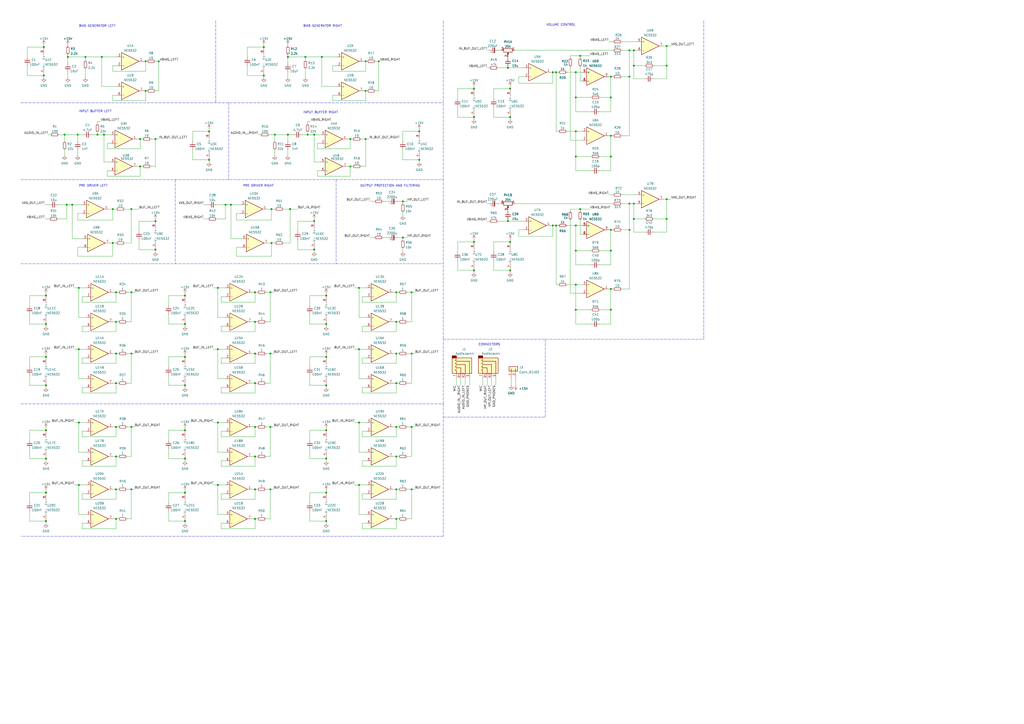
<source format=kicad_sch>
(kicad_sch (version 20211123) (generator eeschema)
  (paper "A2")
  (lib_symbols
    (symbol "Amplifier_Operational:NE5532" (pin_names (offset 0.127))
      (property "Reference" "U" (at 0 5.08 0))
      (property "Value" "NE5532" (at 0 -5.08 0))
      (symbol "NE5532_1_1"
        (pin output line (at 7.62 0 180) (length 2.54) (name "~") (number "1"))
        (pin input line (at -7.62 -2.54 0) (length 2.54) (name "-") (number "2"))
        (pin input line (at -7.62 2.54 0) (length 2.54) (name "+") (number "3"))
      )
      (symbol "NE5532_2_1"
        (pin input line (at -7.62 2.54 0) (length 2.54) (name "+") (number "5"))
        (pin input line (at -7.62 -2.54 0) (length 2.54) (name "-") (number "6"))
        (pin output line (at 7.62 0 180) (length 2.54) (name "~") (number "7"))
      )
      (symbol "NE5532_3_1"
        (pin power_in line (at -2.54 -7.62 90) (length 3.81) (name "V-") (number "4"))
        (pin power_in line (at -2.54 7.62 270) (length 3.81) (name "V+") (number "8"))
      )
    )
    (symbol "Connector:AudioJack4"
      (property "Reference" "J" (at 0 8.89 0))
      (property "Value" "AudioJack4" (at 0 6.35 0))
      (symbol "AudioJack4_1_1"
        (pin passive line (at 5.08 -2.54 180) (length 2.54) (name "~") (number "R1"))
        (pin passive line (at 5.08 0 180) (length 2.54) (name "~") (number "R2"))
        (pin passive line (at 5.08 2.54 180) (length 2.54) (name "~") (number "S"))
        (pin passive line (at 5.08 -5.08 180) (length 2.54) (name "~") (number "T"))
      )
    )
    (symbol "Connector_Generic:Conn_01x02" (pin_names (offset 1.016) hide)
      (property "Reference" "J" (at 0 2.54 0))
      (property "Value" "Conn_01x02" (at 0 -5.08 0))
      (symbol "Conn_01x02_1_1"
        (pin passive line (at -5.08 0 0) (length 3.81) (name "Pin_1") (number "1"))
        (pin passive line (at -5.08 -2.54 0) (length 3.81) (name "Pin_2") (number "2"))
      )
    )
    (symbol "Device:C_Polarized_Small" (pin_numbers hide) (pin_names (offset 0.254) hide)
      (property "Reference" "C" (at 0.254 1.778 0))
      (property "Value" "C_Polarized_Small" (at 0.254 -2.032 0))
      (symbol "C_Polarized_Small_1_1"
        (pin passive line (at 0 2.54 270) (length 1.8542) (name "~") (number "1"))
        (pin passive line (at 0 -2.54 90) (length 1.8542) (name "~") (number "2"))
      )
    )
    (symbol "Device:C_Small" (pin_numbers hide) (pin_names (offset 0.254) hide)
      (property "Reference" "C" (at 0.254 1.778 0))
      (property "Value" "C_Small" (at 0.254 -2.032 0))
      (symbol "C_Small_1_1"
        (pin passive line (at 0 2.54 270) (length 2.032) (name "~") (number "1"))
        (pin passive line (at 0 -2.54 90) (length 2.032) (name "~") (number "2"))
      )
    )
    (symbol "Device:R_Potentiometer_Dual_Separate" (pin_names (offset 1.016) hide)
      (property "Reference" "RV" (at -4.445 0 90))
      (property "Value" "R_Potentiometer_Dual_Separate" (at -2.54 0 90))
      (symbol "R_Potentiometer_Dual_Separate_1_1"
        (pin passive line (at 0 3.81 270) (length 1.27) (name "1") (number "1"))
        (pin passive line (at 3.81 0 180) (length 1.27) (name "2") (number "2"))
        (pin passive line (at 0 -3.81 90) (length 1.27) (name "3") (number "3"))
      )
      (symbol "R_Potentiometer_Dual_Separate_2_1"
        (pin passive line (at 0 3.81 270) (length 1.27) (name "4") (number "4"))
        (pin passive line (at 3.81 0 180) (length 1.27) (name "5") (number "5"))
        (pin passive line (at 0 -3.81 90) (length 1.27) (name "6") (number "6"))
      )
    )
    (symbol "Device:R_Small" (pin_numbers hide) (pin_names (offset 0.254) hide)
      (property "Reference" "R" (at 0.762 0.508 0))
      (property "Value" "R_Small" (at 0.762 -1.016 0))
      (symbol "R_Small_1_1"
        (pin passive line (at 0 2.54 270) (length 0.762) (name "~") (number "1"))
        (pin passive line (at 0 -2.54 90) (length 0.762) (name "~") (number "2"))
      )
    )
    (symbol "power:+15V" (power) (pin_names (offset 0))
      (property "Value" "+15V" (at 0 3.556 0))
      (symbol "+15V_1_1"
        (pin power_in line (at 0 0 90) (length 0) hide (name "+15V") (number "1"))
      )
    )
    (symbol "power:GND" (power) (pin_names (offset 0))
      (property "Value" "GND" (at 0 -3.81 0))
      (symbol "GND_1_1"
        (pin power_in line (at 0 0 270) (length 0) hide (name "GND") (number "1"))
      )
    )
  )
  (junction (at 67.31 283.845))
  (junction (at 229.87 205.105))
  (junction (at 26.67 223.52))
  (junction (at 156.845 283.845))
  (junction (at 295.91 51.435))
  (junction (at 92.075 35.56))
  (junction (at 334.01 165.1))
  (junction (at 147.955 247.65))
  (junction (at 59.055 33.02))
  (junction (at 229.87 283.845))
  (junction (at 107.315 302.26))
  (junction (at 178.435 78.105))
  (junction (at 25.4 27.305))
  (junction (at 107.315 223.52))
  (junction (at 212.09 35.56))
  (junction (at 208.28 281.305))
  (junction (at 334.01 145.415))
  (junction (at 107.315 187.96))
  (junction (at 147.955 300.99))
  (junction (at 365.125 29.21))
  (junction (at 45.085 78.105))
  (junction (at 167.005 33.02))
  (junction (at 367.665 38.1))
  (junction (at 26.67 249.555))
  (junction (at 274.955 140.335))
  (junction (at 354.33 90.805))
  (junction (at 354.33 145.415))
  (junction (at 45.72 167.005))
  (junction (at 177.165 33.02))
  (junction (at 156.845 205.105))
  (junction (at 229.87 222.25))
  (junction (at 354.33 179.705))
  (junction (at 84.455 52.705))
  (junction (at 294.64 39.37))
  (junction (at 189.23 207.01))
  (junction (at 90.17 144.78))
  (junction (at 26.67 187.96))
  (junction (at 189.23 285.75))
  (junction (at 212.09 52.705))
  (junction (at 126.365 167.005))
  (junction (at 386.715 38.1))
  (junction (at 295.91 156.845))
  (junction (at 26.67 302.26))
  (junction (at 322.58 130.81))
  (junction (at 354.33 44.45))
  (junction (at 67.31 186.69))
  (junction (at 274.955 67.945))
  (junction (at 156.845 169.545))
  (junction (at 354.33 167.64))
  (junction (at 126.365 202.565))
  (junction (at 76.2 121.285))
  (junction (at 238.76 169.545))
  (junction (at 45.72 245.11))
  (junction (at 65.405 121.285))
  (junction (at 81.28 96.52))
  (junction (at 67.31 247.65))
  (junction (at 147.955 205.105))
  (junction (at 49.53 33.02))
  (junction (at 233.68 116.84))
  (junction (at 107.315 171.45))
  (junction (at 367.665 127))
  (junction (at 37.465 78.105))
  (junction (at 67.31 222.25))
  (junction (at 67.31 300.99))
  (junction (at 203.2 80.645))
  (junction (at 334.01 179.705))
  (junction (at 167.005 78.105))
  (junction (at 153.035 27.305))
  (junction (at 147.955 186.69))
  (junction (at 320.675 130.81))
  (junction (at 229.87 169.545))
  (junction (at 76.2 169.545))
  (junction (at 76.2 283.845))
  (junction (at 386.715 115.57))
  (junction (at 25.4 43.815))
  (junction (at 26.67 171.45))
  (junction (at 67.31 169.545))
  (junction (at 56.515 78.105))
  (junction (at 189.23 266.065))
  (junction (at 238.76 283.845))
  (junction (at 208.28 245.11))
  (junction (at 274.955 156.845))
  (junction (at 107.315 207.01))
  (junction (at 189.23 171.45))
  (junction (at 208.28 202.565))
  (junction (at 130.81 118.745))
  (junction (at 26.67 266.065))
  (junction (at 147.955 264.795))
  (junction (at 189.23 249.555))
  (junction (at 189.23 223.52))
  (junction (at 208.28 167.005))
  (junction (at 67.31 264.795))
  (junction (at 76.2 247.65))
  (junction (at 182.245 78.105))
  (junction (at 354.33 78.74))
  (junction (at 334.01 56.515))
  (junction (at 121.285 92.71))
  (junction (at 107.315 249.555))
  (junction (at 107.315 285.75))
  (junction (at 295.91 67.945))
  (junction (at 336.55 32.385))
  (junction (at 322.58 41.91))
  (junction (at 243.205 76.2))
  (junction (at 365.125 118.11))
  (junction (at 354.33 133.35))
  (junction (at 182.245 144.78))
  (junction (at 365.125 133.35))
  (junction (at 274.955 51.435))
  (junction (at 229.87 300.99))
  (junction (at 367.665 29.21))
  (junction (at 294.64 128.27))
  (junction (at 243.205 92.71))
  (junction (at 60.325 78.105))
  (junction (at 354.33 56.515))
  (junction (at 38.735 118.745))
  (junction (at 367.665 118.11))
  (junction (at 295.91 140.335))
  (junction (at 233.68 137.795))
  (junction (at 189.23 187.96))
  (junction (at 39.37 33.02))
  (junction (at 26.67 207.01))
  (junction (at 147.955 222.25))
  (junction (at 320.675 41.91))
  (junction (at 157.48 140.97))
  (junction (at 229.87 264.795))
  (junction (at 229.87 247.65))
  (junction (at 90.17 128.27))
  (junction (at 126.365 281.305))
  (junction (at 334.01 41.91))
  (junction (at 229.87 186.69))
  (junction (at 147.955 283.845))
  (junction (at 238.76 205.105))
  (junction (at 159.385 78.105))
  (junction (at 45.72 202.565))
  (junction (at 65.405 140.97))
  (junction (at 182.245 128.27))
  (junction (at 386.715 26.67))
  (junction (at 219.71 35.56))
  (junction (at 203.2 96.52))
  (junction (at 45.72 281.305))
  (junction (at 386.715 127))
  (junction (at 84.455 35.56))
  (junction (at 334.01 76.2))
  (junction (at 156.845 247.65))
  (junction (at 121.285 76.2))
  (junction (at 81.28 80.645))
  (junction (at 67.31 205.105))
  (junction (at 90.17 80.645))
  (junction (at 26.67 285.75))
  (junction (at 238.76 247.65))
  (junction (at 189.23 302.26))
  (junction (at 336.55 121.285))
  (junction (at 168.275 121.285))
  (junction (at 186.69 33.02))
  (junction (at 153.035 43.815))
  (junction (at 76.2 205.105))
  (junction (at 365.125 44.45))
  (junction (at 41.91 118.745))
  (junction (at 126.365 245.11))
  (junction (at 334.01 90.805))
  (junction (at 147.955 169.545))
  (junction (at 334.01 130.81))
  (junction (at 212.09 80.645))
  (junction (at 107.315 266.065))
  (junction (at 157.48 121.285))
  (junction (at 133.985 118.745))
  (wire (pts (xy 243.205 92.71) (xy 243.205 93.98)))
  (wire (pts (xy 336.55 32.385) (xy 342.265 32.385)))
  (wire (pts (xy 360.68 29.21) (xy 365.125 29.21)))
  (wire (pts (xy 147.955 264.795) (xy 149.225 264.795)))
  (wire (pts (xy 238.76 169.545) (xy 240.665 169.545)))
  (wire (pts (xy 128.27 189.23) (xy 128.27 192.405)))
  (wire (pts (xy 80.645 128.27) (xy 90.17 128.27)))
  (wire (pts (xy 47.625 189.23) (xy 47.625 192.405)))
  (wire (pts (xy 229.87 253.365) (xy 229.87 247.65)))
  (wire (pts (xy 354.33 133.35) (xy 355.6 133.35)))
  (wire (pts (xy 67.31 289.56) (xy 67.31 283.845)))
  (wire (pts (xy 179.705 187.96) (xy 189.23 187.96)))
  (wire (pts (xy 353.06 24.13) (xy 355.6 24.13)))
  (wire (pts (xy 295.91 156.845) (xy 295.91 158.115)))
  (wire (pts (xy 48.26 138.43) (xy 41.91 138.43)))
  (wire (pts (xy 67.31 270.51) (xy 67.31 264.795)))
  (wire (pts (xy 189.23 187.96) (xy 189.23 189.23)))
  (polyline (pts (xy 408.305 12.065) (xy 408.305 196.85)))
  (wire (pts (xy 353.06 44.45) (xy 354.33 44.45)))
  (wire (pts (xy 236.22 169.545) (xy 238.76 169.545)))
  (wire (pts (xy 274.955 67.31) (xy 274.955 67.945)))
  (wire (pts (xy 210.185 270.51) (xy 229.87 270.51)))
  (wire (pts (xy 128.27 192.405) (xy 147.955 192.405)))
  (wire (pts (xy 179.705 217.805) (xy 179.705 223.52)))
  (wire (pts (xy 167.005 81.915) (xy 167.005 78.105)))
  (wire (pts (xy 126.365 262.255) (xy 126.365 245.11)))
  (wire (pts (xy 177.165 33.02) (xy 177.165 34.925)))
  (wire (pts (xy 97.79 207.01) (xy 107.315 207.01)))
  (wire (pts (xy 126.365 167.005) (xy 130.81 167.005)))
  (wire (pts (xy 62.23 99.06) (xy 62.23 102.235)))
  (wire (pts (xy 128.27 175.26) (xy 147.955 175.26)))
  (wire (pts (xy 92.075 35.56) (xy 92.71 35.56)))
  (wire (pts (xy 330.835 81.28) (xy 337.82 81.28)))
  (wire (pts (xy 269.875 219.075) (xy 269.875 223.52)))
  (wire (pts (xy 212.725 286.385) (xy 210.185 286.385)))
  (wire (pts (xy 236.22 205.105) (xy 238.76 205.105)))
  (wire (pts (xy 186.69 33.02) (xy 195.58 33.02)))
  (wire (pts (xy 210.185 192.405) (xy 229.87 192.405)))
  (wire (pts (xy 67.31 175.26) (xy 67.31 169.545)))
  (wire (pts (xy 233.68 123.19) (xy 233.68 125.095)))
  (polyline (pts (xy 257.175 234.315) (xy 257.175 311.15)))
  (wire (pts (xy 107.315 207.01) (xy 107.315 207.645)))
  (wire (pts (xy 274.955 139.065) (xy 274.955 140.335)))
  (wire (pts (xy 330.835 121.285) (xy 336.55 121.285)))
  (wire (pts (xy 39.37 31.75) (xy 39.37 33.02)))
  (wire (pts (xy 210.82 35.56) (xy 212.09 35.56)))
  (wire (pts (xy 56.515 70.485) (xy 58.42 70.485)))
  (wire (pts (xy 45.72 167.005) (xy 50.165 167.005)))
  (wire (pts (xy 210.185 189.23) (xy 210.185 192.405)))
  (wire (pts (xy 189.23 284.48) (xy 189.23 285.75)))
  (wire (pts (xy 26.67 223.52) (xy 26.67 224.79)))
  (wire (pts (xy 227.965 247.65) (xy 229.87 247.65)))
  (wire (pts (xy 365.125 44.45) (xy 365.125 29.21)))
  (wire (pts (xy 354.33 179.705) (xy 354.33 167.64)))
  (wire (pts (xy 182.245 144.145) (xy 182.245 144.78)))
  (wire (pts (xy 179.705 223.52) (xy 189.23 223.52)))
  (wire (pts (xy 97.79 291.465) (xy 97.79 285.75)))
  (wire (pts (xy 210.185 207.645) (xy 210.185 210.82)))
  (wire (pts (xy 111.76 81.915) (xy 111.76 76.2)))
  (wire (pts (xy 128.27 306.705) (xy 147.955 306.705)))
  (wire (pts (xy 212.09 52.705) (xy 212.725 52.705)))
  (wire (pts (xy 288.925 118.11) (xy 290.83 118.11)))
  (wire (pts (xy 195.58 50.165) (xy 186.69 50.165)))
  (wire (pts (xy 330.835 32.385) (xy 336.55 32.385)))
  (wire (pts (xy 353.06 78.74) (xy 354.33 78.74)))
  (wire (pts (xy 83.185 52.705) (xy 84.455 52.705)))
  (wire (pts (xy 97.79 249.555) (xy 107.315 249.555)))
  (wire (pts (xy 186.69 50.165) (xy 186.69 33.02)))
  (wire (pts (xy 73.66 169.545) (xy 76.2 169.545)))
  (wire (pts (xy 367.665 38.1) (xy 367.665 29.21)))
  (wire (pts (xy 386.715 134.62) (xy 386.715 127)))
  (wire (pts (xy 212.725 262.255) (xy 208.28 262.255)))
  (wire (pts (xy 229.87 205.105) (xy 231.14 205.105)))
  (wire (pts (xy 229.87 264.795) (xy 231.14 264.795)))
  (wire (pts (xy 295.91 51.435) (xy 295.91 52.07)))
  (wire (pts (xy 84.455 58.42) (xy 84.455 52.705)))
  (wire (pts (xy 128.27 289.56) (xy 147.955 289.56)))
  (wire (pts (xy 374.015 134.62) (xy 367.665 134.62)))
  (wire (pts (xy 179.705 177.165) (xy 179.705 171.45)))
  (wire (pts (xy 107.315 248.285) (xy 107.315 249.555)))
  (wire (pts (xy 154.305 222.25) (xy 156.845 222.25)))
  (wire (pts (xy 65.405 58.42) (xy 84.455 58.42)))
  (wire (pts (xy 45.72 281.305) (xy 50.165 281.305)))
  (wire (pts (xy 73.66 186.69) (xy 76.2 186.69)))
  (wire (pts (xy 26.67 222.885) (xy 26.67 223.52)))
  (wire (pts (xy 47.625 270.51) (xy 67.31 270.51)))
  (wire (pts (xy 274.955 156.21) (xy 274.955 156.845)))
  (wire (pts (xy 97.79 212.725) (xy 97.79 207.01)))
  (wire (pts (xy 25.4 43.815) (xy 25.4 45.085)))
  (wire (pts (xy 360.68 24.13) (xy 369.57 24.13)))
  (wire (pts (xy 45.085 143.51) (xy 45.085 148.59)))
  (wire (pts (xy 384.81 26.67) (xy 386.715 26.67)))
  (wire (pts (xy 379.095 134.62) (xy 386.715 134.62)))
  (wire (pts (xy 130.81 127) (xy 130.81 118.745)))
  (wire (pts (xy 97.79 266.065) (xy 107.315 266.065)))
  (wire (pts (xy 347.98 64.77) (xy 354.33 64.77)))
  (wire (pts (xy 334.01 145.415) (xy 334.01 130.81)))
  (wire (pts (xy 107.315 187.325) (xy 107.315 187.96)))
  (wire (pts (xy 386.715 38.1) (xy 386.715 26.67)))
  (wire (pts (xy 97.79 217.805) (xy 97.79 223.52)))
  (wire (pts (xy 17.145 296.545) (xy 17.145 302.26)))
  (wire (pts (xy 39.37 26.035) (xy 39.37 26.67)))
  (wire (pts (xy 73.66 264.795) (xy 76.2 264.795)))
  (wire (pts (xy 354.33 44.45) (xy 354.33 56.515)))
  (wire (pts (xy 328.93 76.2) (xy 334.01 76.2)))
  (wire (pts (xy 81.28 80.645) (xy 82.55 80.645)))
  (wire (pts (xy 229.87 175.26) (xy 229.87 169.545)))
  (wire (pts (xy 65.405 283.845) (xy 67.31 283.845)))
  (wire (pts (xy 179.705 296.545) (xy 179.705 302.26)))
  (wire (pts (xy 300.99 44.45) (xy 300.99 48.26)))
  (wire (pts (xy 233.68 137.795) (xy 236.22 137.795)))
  (wire (pts (xy 143.51 38.1) (xy 143.51 43.815)))
  (wire (pts (xy 67.31 169.545) (xy 68.58 169.545)))
  (wire (pts (xy 126.365 245.11) (xy 130.81 245.11)))
  (wire (pts (xy 45.085 78.105) (xy 37.465 78.105)))
  (wire (pts (xy 286.385 57.15) (xy 286.385 51.435)))
  (wire (pts (xy 178.435 78.105) (xy 178.435 76.835)))
  (wire (pts (xy 146.05 247.65) (xy 147.955 247.65)))
  (wire (pts (xy 67.31 227.965) (xy 67.31 222.25)))
  (wire (pts (xy 81.28 102.235) (xy 81.28 96.52)))
  (wire (pts (xy 56.515 78.105) (xy 56.515 76.835)))
  (wire (pts (xy 156.845 300.99) (xy 156.845 283.845)))
  (wire (pts (xy 219.71 52.705) (xy 219.71 35.56)))
  (wire (pts (xy 26.035 118.745) (xy 28.575 118.745)))
  (wire (pts (xy 128.27 267.335) (xy 128.27 270.51)))
  (wire (pts (xy 354.33 153.67) (xy 354.33 145.415)))
  (wire (pts (xy 130.81 286.385) (xy 128.27 286.385)))
  (wire (pts (xy 90.17 80.645) (xy 92.075 80.645)))
  (wire (pts (xy 243.205 74.93) (xy 243.205 76.2)))
  (polyline (pts (xy 257.175 12.065) (xy 257.175 165.1)))
  (wire (pts (xy 76.2 140.97) (xy 76.2 121.285)))
  (wire (pts (xy 347.98 153.67) (xy 354.33 153.67)))
  (wire (pts (xy 182.245 78.105) (xy 182.245 93.98)))
  (wire (pts (xy 179.705 291.465) (xy 179.705 285.75)))
  (wire (pts (xy 65.405 121.285) (xy 62.865 121.285)))
  (wire (pts (xy 73.66 300.99) (xy 76.2 300.99)))
  (wire (pts (xy 227.965 264.795) (xy 229.87 264.795)))
  (wire (pts (xy 330.835 33.655) (xy 330.835 32.385)))
  (wire (pts (xy 26.67 266.065) (xy 26.67 267.335)))
  (wire (pts (xy 374.015 127) (xy 367.665 127)))
  (wire (pts (xy 125.73 118.745) (xy 130.81 118.745)))
  (wire (pts (xy 17.145 177.165) (xy 17.145 171.45)))
  (wire (pts (xy 118.11 118.745) (xy 120.65 118.745)))
  (wire (pts (xy 212.09 58.42) (xy 212.09 52.705)))
  (wire (pts (xy 229.87 289.56) (xy 229.87 283.845)))
  (wire (pts (xy 227.965 186.69) (xy 229.87 186.69)))
  (wire (pts (xy 288.925 128.27) (xy 294.64 128.27)))
  (wire (pts (xy 33.655 118.745) (xy 38.735 118.745)))
  (wire (pts (xy 210.185 267.335) (xy 210.185 270.51)))
  (wire (pts (xy 334.01 99.06) (xy 334.01 90.805)))
  (wire (pts (xy 328.93 165.1) (xy 334.01 165.1)))
  (wire (pts (xy 167.005 86.995) (xy 167.005 90.17)))
  (wire (pts (xy 47.625 253.365) (xy 67.31 253.365)))
  (wire (pts (xy 336.55 127.635) (xy 336.55 135.89)))
  (wire (pts (xy 208.28 219.71) (xy 208.28 202.565)))
  (wire (pts (xy 164.465 121.285) (xy 168.275 121.285)))
  (wire (pts (xy 360.68 133.35) (xy 365.125 133.35)))
  (wire (pts (xy 43.18 167.005) (xy 45.72 167.005)))
  (wire (pts (xy 48.26 143.51) (xy 45.085 143.51)))
  (wire (pts (xy 210.185 286.385) (xy 210.185 289.56)))
  (wire (pts (xy 367.665 29.21) (xy 369.57 29.21)))
  (wire (pts (xy 65.405 247.65) (xy 67.31 247.65)))
  (wire (pts (xy 347.98 179.705) (xy 354.33 179.705)))
  (wire (pts (xy 280.035 219.075) (xy 280.035 223.52)))
  (wire (pts (xy 236.22 186.69) (xy 238.76 186.69)))
  (wire (pts (xy 17.145 266.065) (xy 26.67 266.065)))
  (wire (pts (xy 146.05 222.25) (xy 147.955 222.25)))
  (wire (pts (xy 167.005 41.91) (xy 167.005 45.085)))
  (wire (pts (xy 212.09 35.56) (xy 212.725 35.56)))
  (wire (pts (xy 76.2 121.285) (xy 80.645 121.285)))
  (wire (pts (xy 63.5 140.97) (xy 65.405 140.97)))
  (wire (pts (xy 90.17 35.56) (xy 92.075 35.56)))
  (wire (pts (xy 189.23 248.285) (xy 189.23 249.555)))
  (wire (pts (xy 178.435 78.105) (xy 182.245 78.105)))
  (wire (pts (xy 84.455 35.56) (xy 85.09 35.56)))
  (wire (pts (xy 90.17 128.27) (xy 90.17 128.905)))
  (wire (pts (xy 146.05 300.99) (xy 147.955 300.99)))
  (wire (pts (xy 189.23 249.555) (xy 189.23 250.19)))
  (wire (pts (xy 45.72 219.71) (xy 45.72 202.565)))
  (wire (pts (xy 294.64 127.635) (xy 294.64 128.27)))
  (wire (pts (xy 179.705 171.45) (xy 189.23 171.45)))
  (wire (pts (xy 186.055 99.06) (xy 184.15 99.06)))
  (wire (pts (xy 17.145 302.26) (xy 26.67 302.26)))
  (wire (pts (xy 212.725 219.71) (xy 208.28 219.71)))
  (wire (pts (xy 334.01 41.91) (xy 337.82 41.91)))
  (wire (pts (xy 208.28 167.005) (xy 212.725 167.005)))
  (wire (pts (xy 130.81 207.645) (xy 128.27 207.645)))
  (wire (pts (xy 64.135 99.06) (xy 62.23 99.06)))
  (wire (pts (xy 147.955 300.99) (xy 149.225 300.99)))
  (wire (pts (xy 26.67 207.01) (xy 26.67 207.645)))
  (wire (pts (xy 126.365 219.71) (xy 126.365 202.565)))
  (wire (pts (xy 97.79 182.245) (xy 97.79 187.96)))
  (wire (pts (xy 233.68 76.2) (xy 243.205 76.2)))
  (wire (pts (xy 286.385 140.335) (xy 295.91 140.335)))
  (wire (pts (xy 90.17 96.52) (xy 90.17 80.645)))
  (wire (pts (xy 147.955 192.405) (xy 147.955 186.69)))
  (wire (pts (xy 97.79 223.52) (xy 107.315 223.52)))
  (wire (pts (xy 60.325 78.105) (xy 60.325 93.98)))
  (wire (pts (xy 156.21 78.105) (xy 159.385 78.105)))
  (wire (pts (xy 72.39 121.285) (xy 76.2 121.285)))
  (wire (pts (xy 334.01 153.67) (xy 334.01 145.415)))
  (wire (pts (xy 45.72 202.565) (xy 50.165 202.565)))
  (wire (pts (xy 203.2 80.645) (xy 204.47 80.645)))
  (wire (pts (xy 107.315 205.74) (xy 107.315 207.01)))
  (wire (pts (xy 147.955 247.65) (xy 149.225 247.65)))
  (wire (pts (xy 65.405 264.795) (xy 67.31 264.795)))
  (wire (pts (xy 233.68 81.915) (xy 233.68 76.2)))
  (wire (pts (xy 229.87 210.82) (xy 229.87 205.105)))
  (wire (pts (xy 354.33 187.96) (xy 354.33 179.705)))
  (wire (pts (xy 214.63 137.795) (xy 217.17 137.795)))
  (wire (pts (xy 157.48 121.285) (xy 159.385 121.285)))
  (wire (pts (xy 97.79 187.96) (xy 107.315 187.96)))
  (wire (pts (xy 15.875 38.1) (xy 15.875 43.815)))
  (wire (pts (xy 243.205 76.2) (xy 243.205 76.835)))
  (wire (pts (xy 296.545 219.075) (xy 296.545 223.52)))
  (wire (pts (xy 107.315 266.065) (xy 107.315 267.335)))
  (wire (pts (xy 212.725 224.79) (xy 210.185 224.79)))
  (wire (pts (xy 17.145 187.96) (xy 26.67 187.96)))
  (wire (pts (xy 294.64 39.37) (xy 304.165 39.37)))
  (wire (pts (xy 265.43 67.945) (xy 274.955 67.945)))
  (wire (pts (xy 39.37 33.02) (xy 49.53 33.02)))
  (wire (pts (xy 147.955 205.105) (xy 149.225 205.105)))
  (wire (pts (xy 155.575 140.97) (xy 157.48 140.97)))
  (wire (pts (xy 26.67 205.74) (xy 26.67 207.01)))
  (wire (pts (xy 39.37 33.02) (xy 39.37 36.83)))
  (wire (pts (xy 322.58 130.81) (xy 323.85 130.81)))
  (wire (pts (xy 230.505 116.84) (xy 233.68 116.84)))
  (wire (pts (xy 67.31 264.795) (xy 68.58 264.795)))
  (wire (pts (xy 156.845 264.795) (xy 156.845 247.65)))
  (wire (pts (xy 175.26 78.105) (xy 178.435 78.105)))
  (wire (pts (xy 121.285 74.93) (xy 121.285 76.2)))
  (wire (pts (xy 360.68 78.74) (xy 365.125 78.74)))
  (wire (pts (xy 26.67 284.48) (xy 26.67 285.75)))
  (wire (pts (xy 264.795 219.075) (xy 264.795 223.52)))
  (wire (pts (xy 365.125 78.74) (xy 365.125 44.45)))
  (wire (pts (xy 67.31 253.365) (xy 67.31 247.65)))
  (wire (pts (xy 189.23 301.625) (xy 189.23 302.26)))
  (wire (pts (xy 212.725 303.53) (xy 210.185 303.53)))
  (wire (pts (xy 353.06 133.35) (xy 354.33 133.35)))
  (wire (pts (xy 154.305 247.65) (xy 156.845 247.65)))
  (wire (pts (xy 203.2 102.235) (xy 203.2 96.52)))
  (wire (pts (xy 17.145 223.52) (xy 26.67 223.52)))
  (wire (pts (xy 233.68 86.995) (xy 233.68 92.71)))
  (wire (pts (xy 107.315 249.555) (xy 107.315 250.19)))
  (wire (pts (xy 227.965 300.99) (xy 229.87 300.99)))
  (wire (pts (xy 50.165 189.23) (xy 47.625 189.23)))
  (wire (pts (xy 201.295 96.52) (xy 203.2 96.52)))
  (wire (pts (xy 107.315 222.885) (xy 107.315 223.52)))
  (wire (pts (xy 209.55 80.645) (xy 212.09 80.645)))
  (wire (pts (xy 59.055 33.02) (xy 67.945 33.02)))
  (wire (pts (xy 233.68 92.71) (xy 243.205 92.71)))
  (wire (pts (xy 286.385 62.23) (xy 286.385 67.945)))
  (wire (pts (xy 282.575 219.075) (xy 282.575 223.52)))
  (wire (pts (xy 128.27 250.19) (xy 128.27 253.365)))
  (wire (pts (xy 208.28 262.255) (xy 208.28 245.11)))
  (wire (pts (xy 128.27 253.365) (xy 147.955 253.365)))
  (wire (pts (xy 233.68 137.795) (xy 233.68 139.065)))
  (wire (pts (xy 320.675 137.16) (xy 320.675 130.81)))
  (wire (pts (xy 354.33 90.805) (xy 354.33 78.74)))
  (wire (pts (xy 27.94 78.105) (xy 29.21 78.105)))
  (wire (pts (xy 212.725 189.23) (xy 210.185 189.23)))
  (wire (pts (xy 65.405 169.545) (xy 67.31 169.545)))
  (wire (pts (xy 167.005 31.75) (xy 167.005 33.02)))
  (polyline (pts (xy 194.945 104.14) (xy 194.945 153.035)))
  (wire (pts (xy 97.79 302.26) (xy 107.315 302.26)))
  (wire (pts (xy 59.055 50.165) (xy 59.055 33.02)))
  (wire (pts (xy 172.72 128.27) (xy 182.245 128.27)))
  (wire (pts (xy 203.2 86.36) (xy 203.2 80.645)))
  (wire (pts (xy 265.43 51.435) (xy 274.955 51.435)))
  (wire (pts (xy 147.955 175.26) (xy 147.955 169.545)))
  (wire (pts (xy 153.035 43.18) (xy 153.035 43.815)))
  (wire (pts (xy 386.715 115.57) (xy 389.255 115.57)))
  (wire (pts (xy 64.135 83.185) (xy 62.23 83.185)))
  (wire (pts (xy 323.85 76.2) (xy 322.58 76.2)))
  (wire (pts (xy 212.09 96.52) (xy 212.09 80.645)))
  (wire (pts (xy 62.23 83.185) (xy 62.23 86.36)))
  (wire (pts (xy 128.27 303.53) (xy 128.27 306.705)))
  (wire (pts (xy 62.23 102.235) (xy 81.28 102.235)))
  (wire (pts (xy 288.925 29.21) (xy 290.83 29.21)))
  (wire (pts (xy 107.315 171.45) (xy 107.315 172.085)))
  (wire (pts (xy 133.985 118.745) (xy 139.7 118.745)))
  (wire (pts (xy 295.91 156.21) (xy 295.91 156.845)))
  (wire (pts (xy 295.91 140.335) (xy 295.91 140.97)))
  (wire (pts (xy 49.53 40.005) (xy 49.53 45.085)))
  (wire (pts (xy 184.15 99.06) (xy 184.15 102.235)))
  (wire (pts (xy 179.705 255.27) (xy 179.705 249.555)))
  (wire (pts (xy 286.385 67.945) (xy 295.91 67.945)))
  (wire (pts (xy 365.125 118.11) (xy 367.665 118.11)))
  (wire (pts (xy 342.9 99.06) (xy 334.01 99.06)))
  (wire (pts (xy 65.405 222.25) (xy 67.31 222.25)))
  (wire (pts (xy 76.2 247.65) (xy 78.105 247.65)))
  (wire (pts (xy 238.76 222.25) (xy 238.76 205.105)))
  (wire (pts (xy 147.955 289.56) (xy 147.955 283.845)))
  (wire (pts (xy 265.43 57.15) (xy 265.43 51.435)))
  (wire (pts (xy 67.945 38.1) (xy 65.405 38.1)))
  (wire (pts (xy 354.33 78.74) (xy 355.6 78.74)))
  (wire (pts (xy 149.86 78.105) (xy 151.13 78.105)))
  (wire (pts (xy 193.04 55.245) (xy 193.04 58.42)))
  (wire (pts (xy 168.275 121.285) (xy 172.72 121.285)))
  (wire (pts (xy 111.76 92.71) (xy 121.285 92.71)))
  (wire (pts (xy 208.28 298.45) (xy 208.28 281.305)))
  (wire (pts (xy 360.68 118.11) (xy 365.125 118.11)))
  (wire (pts (xy 83.185 35.56) (xy 84.455 35.56)))
  (wire (pts (xy 210.185 172.085) (xy 210.185 175.26)))
  (wire (pts (xy 53.34 78.105) (xy 56.515 78.105)))
  (wire (pts (xy 189.23 187.325) (xy 189.23 187.96)))
  (wire (pts (xy 126.365 184.15) (xy 126.365 167.005)))
  (wire (pts (xy 214.63 116.84) (xy 217.17 116.84)))
  (wire (pts (xy 282.575 39.37) (xy 283.845 39.37)))
  (wire (pts (xy 167.005 33.02) (xy 177.165 33.02)))
  (wire (pts (xy 67.31 300.99) (xy 68.58 300.99)))
  (wire (pts (xy 217.805 52.705) (xy 219.71 52.705)))
  (wire (pts (xy 65.405 148.59) (xy 65.405 140.97)))
  (wire (pts (xy 73.66 283.845) (xy 76.2 283.845)))
  (wire (pts (xy 367.665 127) (xy 367.665 118.11)))
  (polyline (pts (xy 257.175 241.935) (xy 316.23 241.935)))
  (wire (pts (xy 62.23 86.36) (xy 81.28 86.36)))
  (wire (pts (xy 342.9 64.77) (xy 334.01 64.77)))
  (wire (pts (xy 300.99 133.35) (xy 300.99 137.16)))
  (polyline (pts (xy 257.175 234.315) (xy 257.175 196.85)))
  (wire (pts (xy 189.23 170.18) (xy 189.23 171.45)))
  (wire (pts (xy 65.405 41.275) (xy 84.455 41.275)))
  (wire (pts (xy 222.25 116.84) (xy 225.425 116.84)))
  (wire (pts (xy 285.115 219.075) (xy 285.115 223.52)))
  (wire (pts (xy 320.675 130.81) (xy 322.58 130.81)))
  (wire (pts (xy 195.58 38.1) (xy 193.04 38.1)))
  (wire (pts (xy 137.16 148.59) (xy 157.48 148.59)))
  (wire (pts (xy 34.29 78.105) (xy 37.465 78.105)))
  (wire (pts (xy 154.305 205.105) (xy 156.845 205.105)))
  (wire (pts (xy 164.465 140.97) (xy 168.275 140.97)))
  (wire (pts (xy 205.74 202.565) (xy 208.28 202.565)))
  (wire (pts (xy 147.955 222.25) (xy 149.225 222.25)))
  (wire (pts (xy 179.705 266.065) (xy 189.23 266.065)))
  (wire (pts (xy 65.405 38.1) (xy 65.405 41.275)))
  (wire (pts (xy 386.715 127) (xy 386.715 115.57)))
  (wire (pts (xy 47.625 289.56) (xy 67.31 289.56)))
  (wire (pts (xy 365.125 167.64) (xy 365.125 133.35)))
  (polyline (pts (xy 257.175 311.15) (xy 12.065 311.15)))
  (wire (pts (xy 374.015 38.1) (xy 367.665 38.1)))
  (wire (pts (xy 107.315 170.18) (xy 107.315 171.45)))
  (wire (pts (xy 360.68 113.03) (xy 369.57 113.03)))
  (wire (pts (xy 189.23 302.26) (xy 189.23 303.53)))
  (wire (pts (xy 128.27 270.51) (xy 147.955 270.51)))
  (wire (pts (xy 179.705 249.555) (xy 189.23 249.555)))
  (wire (pts (xy 330.835 38.735) (xy 330.835 81.28)))
  (wire (pts (xy 298.45 118.11) (xy 355.6 118.11)))
  (wire (pts (xy 143.51 27.305) (xy 153.035 27.305)))
  (wire (pts (xy 342.9 90.805) (xy 334.01 90.805)))
  (wire (pts (xy 195.58 55.245) (xy 193.04 55.245)))
  (wire (pts (xy 230.505 137.795) (xy 233.68 137.795)))
  (wire (pts (xy 205.74 281.305) (xy 208.28 281.305)))
  (wire (pts (xy 295.91 139.065) (xy 295.91 140.335)))
  (wire (pts (xy 154.305 264.795) (xy 156.845 264.795)))
  (wire (pts (xy 17.145 182.245) (xy 17.145 187.96)))
  (wire (pts (xy 342.9 179.705) (xy 334.01 179.705)))
  (wire (pts (xy 147.955 283.845) (xy 149.225 283.845)))
  (wire (pts (xy 379.095 127) (xy 386.715 127)))
  (wire (pts (xy 212.725 298.45) (xy 208.28 298.45)))
  (wire (pts (xy 304.165 133.35) (xy 300.99 133.35)))
  (wire (pts (xy 121.285 92.71) (xy 121.285 93.98)))
  (wire (pts (xy 80.645 144.78) (xy 90.17 144.78)))
  (wire (pts (xy 45.085 127.635) (xy 65.405 127.635)))
  (wire (pts (xy 111.76 86.995) (xy 111.76 92.71)))
  (wire (pts (xy 26.67 187.325) (xy 26.67 187.96)))
  (wire (pts (xy 49.53 33.02) (xy 49.53 34.925)))
  (wire (pts (xy 386.715 45.72) (xy 386.715 38.1)))
  (wire (pts (xy 336.55 33.655) (xy 336.55 32.385)))
  (wire (pts (xy 330.835 127.635) (xy 330.835 170.18)))
  (wire (pts (xy 43.18 202.565) (xy 45.72 202.565)))
  (wire (pts (xy 365.125 29.21) (xy 367.665 29.21)))
  (wire (pts (xy 26.035 127) (xy 28.575 127)))
  (wire (pts (xy 354.33 64.77) (xy 354.33 56.515)))
  (wire (pts (xy 76.2 283.845) (xy 78.105 283.845)))
  (wire (pts (xy 154.305 186.69) (xy 156.845 186.69)))
  (polyline (pts (xy 125.095 12.065) (xy 125.095 59.69)))
  (wire (pts (xy 137.16 143.51) (xy 137.16 148.59)))
  (wire (pts (xy 330.835 122.555) (xy 330.835 121.285)))
  (wire (pts (xy 107.315 285.75) (xy 107.315 286.385)))
  (wire (pts (xy 128.27 286.385) (xy 128.27 289.56)))
  (wire (pts (xy 67.31 205.105) (xy 68.58 205.105)))
  (wire (pts (xy 336.55 121.285) (xy 342.265 121.285)))
  (wire (pts (xy 79.375 96.52) (xy 81.28 96.52)))
  (wire (pts (xy 229.87 222.25) (xy 231.14 222.25)))
  (wire (pts (xy 300.99 48.26) (xy 320.675 48.26)))
  (wire (pts (xy 67.945 50.165) (xy 59.055 50.165)))
  (wire (pts (xy 90.17 144.78) (xy 90.17 146.05)))
  (wire (pts (xy 17.145 217.805) (xy 17.145 223.52)))
  (wire (pts (xy 45.72 298.45) (xy 45.72 281.305)))
  (wire (pts (xy 212.725 267.335) (xy 210.185 267.335)))
  (wire (pts (xy 172.72 139.065) (xy 172.72 144.78)))
  (wire (pts (xy 147.955 210.82) (xy 147.955 205.105)))
  (wire (pts (xy 146.05 169.545) (xy 147.955 169.545)))
  (wire (pts (xy 210.185 289.56) (xy 229.87 289.56)))
  (wire (pts (xy 97.79 296.545) (xy 97.79 302.26)))
  (wire (pts (xy 227.965 169.545) (xy 229.87 169.545)))
  (wire (pts (xy 184.15 102.235) (xy 203.2 102.235)))
  (wire (pts (xy 123.825 202.565) (xy 126.365 202.565)))
  (wire (pts (xy 294.64 33.02) (xy 294.64 33.655)))
  (wire (pts (xy 143.51 43.815) (xy 153.035 43.815)))
  (wire (pts (xy 26.67 285.75) (xy 26.67 286.385)))
  (wire (pts (xy 50.165 298.45) (xy 45.72 298.45)))
  (wire (pts (xy 76.2 264.795) (xy 76.2 247.65)))
  (wire (pts (xy 334.01 130.81) (xy 337.82 130.81)))
  (wire (pts (xy 328.93 130.81) (xy 334.01 130.81)))
  (wire (pts (xy 90.17 127) (xy 90.17 128.27)))
  (wire (pts (xy 130.81 303.53) (xy 128.27 303.53)))
  (polyline (pts (xy 12.065 59.69) (xy 257.175 59.69)))
  (wire (pts (xy 147.955 186.69) (xy 149.225 186.69)))
  (wire (pts (xy 210.185 175.26) (xy 229.87 175.26)))
  (wire (pts (xy 17.145 260.35) (xy 17.145 266.065)))
  (wire (pts (xy 354.33 99.06) (xy 354.33 90.805)))
  (wire (pts (xy 210.82 52.705) (xy 212.09 52.705)))
  (wire (pts (xy 107.315 265.43) (xy 107.315 266.065)))
  (wire (pts (xy 130.81 118.745) (xy 133.985 118.745)))
  (wire (pts (xy 238.76 264.795) (xy 238.76 247.65)))
  (wire (pts (xy 128.27 207.645) (xy 128.27 210.82)))
  (wire (pts (xy 178.435 70.485) (xy 180.34 70.485)))
  (wire (pts (xy 212.725 184.15) (xy 208.28 184.15)))
  (wire (pts (xy 73.66 222.25) (xy 76.2 222.25)))
  (wire (pts (xy 354.33 167.64) (xy 355.6 167.64)))
  (wire (pts (xy 111.76 76.2) (xy 121.285 76.2)))
  (wire (pts (xy 47.625 250.19) (xy 47.625 253.365)))
  (wire (pts (xy 295.91 50.165) (xy 295.91 51.435)))
  (wire (pts (xy 147.955 227.965) (xy 147.955 222.25)))
  (wire (pts (xy 347.98 99.06) (xy 354.33 99.06)))
  (wire (pts (xy 243.205 92.075) (xy 243.205 92.71)))
  (wire (pts (xy 38.735 127) (xy 38.735 118.745)))
  (wire (pts (xy 126.365 298.45) (xy 126.365 281.305)))
  (polyline (pts (xy 316.23 241.935) (xy 316.23 196.85)))
  (wire (pts (xy 342.9 145.415) (xy 334.01 145.415)))
  (wire (pts (xy 229.87 300.99) (xy 231.14 300.99)))
  (wire (pts (xy 265.43 146.05) (xy 265.43 140.335)))
  (wire (pts (xy 172.72 144.78) (xy 182.245 144.78)))
  (wire (pts (xy 130.81 250.19) (xy 128.27 250.19)))
  (wire (pts (xy 167.005 33.02) (xy 167.005 36.83)))
  (wire (pts (xy 229.87 306.705) (xy 229.87 300.99)))
  (wire (pts (xy 238.76 300.99) (xy 238.76 283.845)))
  (wire (pts (xy 37.465 78.105) (xy 37.465 81.915)))
  (wire (pts (xy 342.9 153.67) (xy 334.01 153.67)))
  (wire (pts (xy 236.22 247.65) (xy 238.76 247.65)))
  (wire (pts (xy 353.06 167.64) (xy 354.33 167.64)))
  (wire (pts (xy 286.385 156.845) (xy 295.91 156.845)))
  (wire (pts (xy 67.31 186.69) (xy 68.58 186.69)))
  (wire (pts (xy 189.23 207.01) (xy 189.23 207.645)))
  (wire (pts (xy 179.705 182.245) (xy 179.705 187.96)))
  (wire (pts (xy 236.22 264.795) (xy 238.76 264.795)))
  (wire (pts (xy 229.87 192.405) (xy 229.87 186.69)))
  (wire (pts (xy 299.085 219.075) (xy 299.085 223.52)))
  (wire (pts (xy 286.385 146.05) (xy 286.385 140.335)))
  (wire (pts (xy 294.64 128.27) (xy 304.165 128.27)))
  (wire (pts (xy 238.76 205.105) (xy 240.665 205.105)))
  (wire (pts (xy 298.45 29.21) (xy 355.6 29.21)))
  (wire (pts (xy 50.165 303.53) (xy 47.625 303.53)))
  (wire (pts (xy 156.845 283.845) (xy 158.75 283.845)))
  (wire (pts (xy 26.67 248.285) (xy 26.67 249.555)))
  (wire (pts (xy 38.735 118.745) (xy 41.91 118.745)))
  (wire (pts (xy 295.91 67.31) (xy 295.91 67.945)))
  (wire (pts (xy 336.55 38.735) (xy 336.55 46.99)))
  (wire (pts (xy 128.27 224.79) (xy 128.27 227.965)))
  (wire (pts (xy 168.275 140.97) (xy 168.275 121.285)))
  (wire (pts (xy 157.48 121.285) (xy 154.94 121.285)))
  (wire (pts (xy 146.05 283.845) (xy 147.955 283.845)))
  (wire (pts (xy 189.23 205.74) (xy 189.23 207.01)))
  (wire (pts (xy 123.825 245.11) (xy 126.365 245.11)))
  (wire (pts (xy 90.17 144.145) (xy 90.17 144.78)))
  (wire (pts (xy 177.165 33.02) (xy 186.69 33.02)))
  (wire (pts (xy 73.66 205.105) (xy 76.2 205.105)))
  (wire (pts (xy 130.81 267.335) (xy 128.27 267.335)))
  (wire (pts (xy 229.87 283.845) (xy 231.14 283.845)))
  (wire (pts (xy 274.955 67.945) (xy 274.955 69.215)))
  (wire (pts (xy 288.925 39.37) (xy 294.64 39.37)))
  (wire (pts (xy 126.365 281.305) (xy 130.81 281.305)))
  (wire (pts (xy 189.23 266.065) (xy 189.23 267.335)))
  (wire (pts (xy 107.315 284.48) (xy 107.315 285.75)))
  (wire (pts (xy 153.035 43.815) (xy 153.035 45.085)))
  (wire (pts (xy 65.405 127.635) (xy 65.405 121.285)))
  (wire (pts (xy 157.48 127.635) (xy 157.48 121.285)))
  (wire (pts (xy 182.245 127) (xy 182.245 128.27)))
  (wire (pts (xy 123.825 281.305) (xy 126.365 281.305)))
  (wire (pts (xy 49.53 33.02) (xy 59.055 33.02)))
  (wire (pts (xy 222.25 137.795) (xy 225.425 137.795)))
  (wire (pts (xy 121.285 92.075) (xy 121.285 92.71)))
  (wire (pts (xy 354.33 44.45) (xy 355.6 44.45)))
  (wire (pts (xy 45.72 184.15) (xy 45.72 167.005)))
  (wire (pts (xy 229.87 247.65) (xy 231.14 247.65)))
  (wire (pts (xy 334.01 76.2) (xy 337.82 76.2)))
  (wire (pts (xy 39.37 41.91) (xy 39.37 45.085)))
  (wire (pts (xy 137.16 127.635) (xy 157.48 127.635)))
  (wire (pts (xy 286.385 51.435) (xy 295.91 51.435)))
  (wire (pts (xy 73.66 247.65) (xy 76.2 247.65)))
  (wire (pts (xy 47.625 224.79) (xy 47.625 227.965)))
  (wire (pts (xy 146.05 264.795) (xy 147.955 264.795)))
  (wire (pts (xy 50.165 184.15) (xy 45.72 184.15)))
  (wire (pts (xy 107.315 301.625) (xy 107.315 302.26)))
  (wire (pts (xy 212.725 172.085) (xy 210.185 172.085)))
  (wire (pts (xy 379.095 45.72) (xy 386.715 45.72)))
  (wire (pts (xy 137.16 123.825) (xy 137.16 127.635)))
  (wire (pts (xy 265.43 62.23) (xy 265.43 67.945)))
  (wire (pts (xy 189.23 171.45) (xy 189.23 172.085)))
  (wire (pts (xy 84.455 41.275) (xy 84.455 35.56)))
  (wire (pts (xy 130.81 184.15) (xy 126.365 184.15)))
  (wire (pts (xy 17.145 212.725) (xy 17.145 207.01)))
  (wire (pts (xy 60.325 78.105) (xy 64.135 78.105)))
  (wire (pts (xy 76.2 169.545) (xy 78.105 169.545)))
  (wire (pts (xy 147.955 169.545) (xy 149.225 169.545)))
  (wire (pts (xy 43.18 281.305) (xy 45.72 281.305)))
  (wire (pts (xy 147.955 306.705) (xy 147.955 300.99)))
  (wire (pts (xy 354.33 133.35) (xy 354.33 145.415)))
  (wire (pts (xy 56.515 78.105) (xy 60.325 78.105)))
  (wire (pts (xy 47.625 192.405) (xy 67.31 192.405)))
  (wire (pts (xy 15.875 27.305) (xy 25.4 27.305)))
  (wire (pts (xy 322.58 165.1) (xy 322.58 130.81)))
  (wire (pts (xy 210.185 250.19) (xy 210.185 253.365)))
  (wire (pts (xy 130.81 172.085) (xy 128.27 172.085)))
  (wire (pts (xy 320.675 130.81) (xy 319.405 130.81)))
  (wire (pts (xy 47.625 210.82) (xy 67.31 210.82)))
  (wire (pts (xy 186.055 83.185) (xy 184.15 83.185)))
  (wire (pts (xy 367.665 118.11) (xy 369.57 118.11)))
  (wire (pts (xy 154.305 169.545) (xy 156.845 169.545)))
  (wire (pts (xy 67.31 247.65) (xy 68.58 247.65)))
  (wire (pts (xy 17.145 291.465) (xy 17.145 285.75)))
  (wire (pts (xy 15.875 33.02) (xy 15.875 27.305)))
  (wire (pts (xy 17.145 207.01) (xy 26.67 207.01)))
  (wire (pts (xy 153.035 27.305) (xy 153.035 27.94)))
  (wire (pts (xy 26.67 249.555) (xy 26.67 250.19)))
  (wire (pts (xy 140.335 143.51) (xy 137.16 143.51)))
  (wire (pts (xy 193.04 38.1) (xy 193.04 41.275)))
  (wire (pts (xy 67.31 283.845) (xy 68.58 283.845)))
  (wire (pts (xy 84.455 52.705) (xy 85.09 52.705)))
  (wire (pts (xy 179.705 285.75) (xy 189.23 285.75)))
  (wire (pts (xy 236.22 300.99) (xy 238.76 300.99)))
  (wire (pts (xy 167.005 78.105) (xy 159.385 78.105)))
  (wire (pts (xy 26.67 171.45) (xy 26.67 172.085)))
  (wire (pts (xy 90.17 52.705) (xy 92.075 52.705)))
  (wire (pts (xy 227.965 205.105) (xy 229.87 205.105)))
  (wire (pts (xy 17.145 249.555) (xy 26.67 249.555)))
  (wire (pts (xy 156.845 222.25) (xy 156.845 205.105)))
  (wire (pts (xy 130.81 262.255) (xy 126.365 262.255)))
  (wire (pts (xy 179.705 207.01) (xy 189.23 207.01)))
  (wire (pts (xy 45.085 78.105) (xy 48.26 78.105)))
  (wire (pts (xy 295.91 67.945) (xy 295.91 69.215)))
  (wire (pts (xy 212.09 80.645) (xy 213.995 80.645)))
  (wire (pts (xy 130.81 189.23) (xy 128.27 189.23)))
  (wire (pts (xy 336.55 122.555) (xy 336.55 121.285)))
  (wire (pts (xy 360.68 44.45) (xy 365.125 44.45)))
  (wire (pts (xy 47.625 303.53) (xy 47.625 306.705)))
  (wire (pts (xy 304.165 44.45) (xy 300.99 44.45)))
  (wire (pts (xy 45.085 86.995) (xy 45.085 90.17)))
  (wire (pts (xy 128.27 172.085) (xy 128.27 175.26)))
  (wire (pts (xy 238.76 186.69) (xy 238.76 169.545)))
  (wire (pts (xy 374.015 45.72) (xy 367.665 45.72)))
  (wire (pts (xy 47.625 306.705) (xy 67.31 306.705)))
  (polyline (pts (xy 257.175 165.1) (xy 257.175 196.85)))
  (wire (pts (xy 347.98 56.515) (xy 354.33 56.515)))
  (wire (pts (xy 50.165 267.335) (xy 47.625 267.335)))
  (wire (pts (xy 118.11 127) (xy 120.65 127)))
  (wire (pts (xy 154.305 300.99) (xy 156.845 300.99)))
  (wire (pts (xy 233.68 116.84) (xy 233.68 118.11)))
  (wire (pts (xy 386.715 26.67) (xy 389.255 26.67)))
  (wire (pts (xy 156.845 186.69) (xy 156.845 169.545)))
  (wire (pts (xy 146.05 186.69) (xy 147.955 186.69)))
  (wire (pts (xy 47.625 172.085) (xy 47.625 175.26)))
  (wire (pts (xy 300.99 137.16) (xy 320.675 137.16)))
  (wire (pts (xy 323.85 165.1) (xy 322.58 165.1)))
  (wire (pts (xy 193.04 41.275) (xy 212.09 41.275)))
  (wire (pts (xy 140.335 138.43) (xy 133.985 138.43)))
  (polyline (pts (xy 12.065 153.035) (xy 257.175 153.035)))
  (wire (pts (xy 139.7 123.825) (xy 137.16 123.825)))
  (wire (pts (xy 50.165 262.255) (xy 45.72 262.255)))
  (wire (pts (xy 210.185 210.82) (xy 229.87 210.82)))
  (wire (pts (xy 37.465 86.995) (xy 37.465 90.17)))
  (wire (pts (xy 208.28 245.11) (xy 212.725 245.11)))
  (wire (pts (xy 17.145 255.27) (xy 17.145 249.555)))
  (wire (pts (xy 367.665 45.72) (xy 367.665 38.1)))
  (wire (pts (xy 189.23 265.43) (xy 189.23 266.065)))
  (wire (pts (xy 265.43 151.13) (xy 265.43 156.845)))
  (polyline (pts (xy 132.715 59.69) (xy 132.715 104.14)))
  (wire (pts (xy 159.385 86.995) (xy 159.385 90.17)))
  (wire (pts (xy 227.965 283.845) (xy 229.87 283.845)))
  (wire (pts (xy 65.405 55.245) (xy 65.405 58.42)))
  (wire (pts (xy 179.705 302.26) (xy 189.23 302.26)))
  (wire (pts (xy 167.005 78.105) (xy 170.18 78.105)))
  (wire (pts (xy 125.73 127) (xy 130.81 127)))
  (wire (pts (xy 334.01 165.1) (xy 337.82 165.1)))
  (wire (pts (xy 167.005 26.035) (xy 167.005 26.67)))
  (wire (pts (xy 47.625 286.385) (xy 47.625 289.56)))
  (wire (pts (xy 233.68 116.84) (xy 236.22 116.84)))
  (wire (pts (xy 47.625 267.335) (xy 47.625 270.51)))
  (wire (pts (xy 80.645 139.065) (xy 80.645 144.78)))
  (wire (pts (xy 353.06 113.03) (xy 355.6 113.03)))
  (wire (pts (xy 97.79 177.165) (xy 97.79 171.45)))
  (wire (pts (xy 238.76 283.845) (xy 240.665 283.845)))
  (wire (pts (xy 347.98 187.96) (xy 354.33 187.96)))
  (wire (pts (xy 334.01 90.805) (xy 334.01 76.2)))
  (wire (pts (xy 282.575 29.21) (xy 283.845 29.21)))
  (wire (pts (xy 50.165 250.19) (xy 47.625 250.19)))
  (wire (pts (xy 203.2 96.52) (xy 204.47 96.52)))
  (wire (pts (xy 347.98 145.415) (xy 354.33 145.415)))
  (wire (pts (xy 26.67 265.43) (xy 26.67 266.065)))
  (wire (pts (xy 26.67 301.625) (xy 26.67 302.26)))
  (wire (pts (xy 50.165 207.645) (xy 47.625 207.645)))
  (wire (pts (xy 189.23 285.75) (xy 189.23 286.385)))
  (wire (pts (xy 172.72 133.985) (xy 172.72 128.27)))
  (wire (pts (xy 265.43 156.845) (xy 274.955 156.845)))
  (wire (pts (xy 41.91 118.745) (xy 47.625 118.745)))
  (wire (pts (xy 236.22 222.25) (xy 238.76 222.25)))
  (wire (pts (xy 347.98 90.805) (xy 354.33 90.805)))
  (wire (pts (xy 294.64 38.735) (xy 294.64 39.37)))
  (wire (pts (xy 205.74 167.005) (xy 208.28 167.005)))
  (wire (pts (xy 45.085 148.59) (xy 65.405 148.59)))
  (wire (pts (xy 320.675 41.91) (xy 322.58 41.91)))
  (wire (pts (xy 274.955 140.335) (xy 274.955 140.97)))
  (wire (pts (xy 229.87 186.69) (xy 231.14 186.69)))
  (wire (pts (xy 41.91 138.43) (xy 41.91 118.745)))
  (wire (pts (xy 178.435 71.755) (xy 178.435 70.485)))
  (wire (pts (xy 379.095 38.1) (xy 386.715 38.1)))
  (wire (pts (xy 267.335 219.075) (xy 267.335 223.52)))
  (wire (pts (xy 67.31 306.705) (xy 67.31 300.99)))
  (wire (pts (xy 130.81 224.79) (xy 128.27 224.79)))
  (wire (pts (xy 334.01 64.77) (xy 334.01 56.515)))
  (wire (pts (xy 208.28 184.15) (xy 208.28 167.005)))
  (wire (pts (xy 159.385 78.105) (xy 159.385 81.915)))
  (wire (pts (xy 17.145 171.45) (xy 26.67 171.45)))
  (wire (pts (xy 328.93 41.91) (xy 334.01 41.91)))
  (wire (pts (xy 65.405 121.285) (xy 67.31 121.285)))
  (wire (pts (xy 26.67 170.18) (xy 26.67 171.45)))
  (wire (pts (xy 336.55 46.99) (xy 337.82 46.99)))
  (wire (pts (xy 107.315 223.52) (xy 107.315 224.79)))
  (wire (pts (xy 360.68 167.64) (xy 365.125 167.64)))
  (wire (pts (xy 177.165 40.005) (xy 177.165 45.085)))
  (wire (pts (xy 286.385 151.13) (xy 286.385 156.845)))
  (wire (pts (xy 367.665 134.62) (xy 367.665 127)))
  (wire (pts (xy 76.2 205.105) (xy 78.105 205.105)))
  (wire (pts (xy 67.31 222.25) (xy 68.58 222.25)))
  (wire (pts (xy 272.415 219.075) (xy 272.415 223.52)))
  (wire (pts (xy 208.28 202.565) (xy 212.725 202.565)))
  (wire (pts (xy 26.67 302.26) (xy 26.67 303.53)))
  (wire (pts (xy 45.085 123.825) (xy 45.085 127.635)))
  (wire (pts (xy 47.625 227.965) (xy 67.31 227.965)))
  (wire (pts (xy 130.81 219.71) (xy 126.365 219.71)))
  (wire (pts (xy 97.79 260.35) (xy 97.79 266.065)))
  (wire (pts (xy 229.87 227.965) (xy 229.87 222.25)))
  (wire (pts (xy 123.825 167.005) (xy 126.365 167.005)))
  (wire (pts (xy 227.965 222.25) (xy 229.87 222.25)))
  (polyline (pts (xy 257.175 196.85) (xy 408.305 196.85)))
  (wire (pts (xy 189.23 222.885) (xy 189.23 223.52)))
  (wire (pts (xy 67.31 192.405) (xy 67.31 186.69)))
  (wire (pts (xy 65.405 186.69) (xy 67.31 186.69)))
  (wire (pts (xy 92.075 52.705) (xy 92.075 35.56)))
  (wire (pts (xy 320.675 41.91) (xy 319.405 41.91)))
  (wire (pts (xy 156.845 169.545) (xy 158.75 169.545)))
  (wire (pts (xy 65.405 300.99) (xy 67.31 300.99)))
  (wire (pts (xy 320.675 48.26) (xy 320.675 41.91)))
  (wire (pts (xy 154.305 283.845) (xy 156.845 283.845)))
  (wire (pts (xy 50.165 286.385) (xy 47.625 286.385)))
  (wire (pts (xy 87.63 80.645) (xy 90.17 80.645)))
  (wire (pts (xy 47.625 175.26) (xy 67.31 175.26)))
  (wire (pts (xy 33.655 127) (xy 38.735 127)))
  (wire (pts (xy 107.315 187.96) (xy 107.315 189.23)))
  (wire (pts (xy 179.705 212.725) (xy 179.705 207.01)))
  (wire (pts (xy 50.165 219.71) (xy 45.72 219.71)))
  (wire (pts (xy 334.01 179.705) (xy 334.01 165.1)))
  (wire (pts (xy 153.035 26.035) (xy 153.035 27.305)))
  (wire (pts (xy 294.64 121.92) (xy 294.64 122.555)))
  (wire (pts (xy 25.4 43.18) (xy 25.4 43.815)))
  (wire (pts (xy 287.655 219.075) (xy 287.655 223.52)))
  (wire (pts (xy 133.985 138.43) (xy 133.985 118.745)))
  (wire (pts (xy 384.81 115.57) (xy 386.715 115.57)))
  (wire (pts (xy 56.515 71.755) (xy 56.515 70.485)))
  (wire (pts (xy 182.245 78.105) (xy 186.055 78.105)))
  (wire (pts (xy 209.55 96.52) (xy 212.09 96.52)))
  (wire (pts (xy 45.085 81.915) (xy 45.085 78.105)))
  (wire (pts (xy 47.625 207.645) (xy 47.625 210.82)))
  (wire (pts (xy 274.955 50.165) (xy 274.955 51.435)))
  (wire (pts (xy 322.58 76.2) (xy 322.58 41.91)))
  (wire (pts (xy 126.365 202.565) (xy 130.81 202.565)))
  (polyline (pts (xy 101.6 104.14) (xy 101.6 153.035)))
  (wire (pts (xy 365.125 133.35) (xy 365.125 118.11)))
  (wire (pts (xy 157.48 148.59) (xy 157.48 140.97)))
  (wire (pts (xy 210.185 227.965) (xy 229.87 227.965)))
  (wire (pts (xy 147.955 270.51) (xy 147.955 264.795)))
  (wire (pts (xy 182.245 93.98) (xy 186.055 93.98)))
  (wire (pts (xy 67.945 55.245) (xy 65.405 55.245)))
  (wire (pts (xy 143.51 33.02) (xy 143.51 27.305)))
  (polyline (pts (xy 12.065 104.14) (xy 257.175 104.14)))
  (wire (pts (xy 50.165 172.085) (xy 47.625 172.085)))
  (wire (pts (xy 219.71 35.56) (xy 220.345 35.56)))
  (wire (pts (xy 229.87 169.545) (xy 231.14 169.545)))
  (wire (pts (xy 157.48 140.97) (xy 159.385 140.97)))
  (wire (pts (xy 156.845 247.65) (xy 158.75 247.65)))
  (wire (pts (xy 128.27 227.965) (xy 147.955 227.965)))
  (wire (pts (xy 76.2 186.69) (xy 76.2 169.545)))
  (wire (pts (xy 65.405 140.97) (xy 67.31 140.97)))
  (wire (pts (xy 210.185 303.53) (xy 210.185 306.705)))
  (wire (pts (xy 184.15 86.36) (xy 203.2 86.36)))
  (wire (pts (xy 212.725 207.645) (xy 210.185 207.645)))
  (wire (pts (xy 72.39 140.97) (xy 76.2 140.97)))
  (wire (pts (xy 15.875 43.815) (xy 25.4 43.815)))
  (wire (pts (xy 282.575 128.27) (xy 283.845 128.27)))
  (wire (pts (xy 210.185 224.79) (xy 210.185 227.965)))
  (wire (pts (xy 97.79 171.45) (xy 107.315 171.45)))
  (wire (pts (xy 212.09 41.275) (xy 212.09 35.56)))
  (wire (pts (xy 330.835 170.18) (xy 337.82 170.18)))
  (wire (pts (xy 130.81 298.45) (xy 126.365 298.45)))
  (wire (pts (xy 65.405 205.105) (xy 67.31 205.105)))
  (wire (pts (xy 146.05 205.105) (xy 147.955 205.105)))
  (wire (pts (xy 193.04 58.42) (xy 212.09 58.42)))
  (wire (pts (xy 334.01 187.96) (xy 334.01 179.705)))
  (wire (pts (xy 208.28 281.305) (xy 212.725 281.305)))
  (wire (pts (xy 274.955 156.845) (xy 274.955 158.115)))
  (wire (pts (xy 179.705 260.35) (xy 179.705 266.065)))
  (wire (pts (xy 87.63 96.52) (xy 90.17 96.52)))
  (wire (pts (xy 45.72 262.255) (xy 45.72 245.11)))
  (wire (pts (xy 184.15 83.185) (xy 184.15 86.36)))
  (wire (pts (xy 156.845 205.105) (xy 158.75 205.105)))
  (wire (pts (xy 238.76 247.65) (xy 240.665 247.65)))
  (wire (pts (xy 60.325 93.98) (xy 64.135 93.98)))
  (wire (pts (xy 45.72 245.11) (xy 50.165 245.11)))
  (wire (pts (xy 336.55 135.89) (xy 337.82 135.89)))
  (wire (pts (xy 342.9 56.515) (xy 334.01 56.515)))
  (wire (pts (xy 47.625 123.825) (xy 45.085 123.825)))
  (wire (pts (xy 322.58 41.91) (xy 323.85 41.91)))
  (wire (pts (xy 121.285 76.2) (xy 121.285 76.835)))
  (wire (pts (xy 210.185 306.705) (xy 229.87 306.705)))
  (wire (pts (xy 217.805 35.56) (xy 219.71 35.56)))
  (wire (pts (xy 189.23 223.52) (xy 189.23 224.79)))
  (wire (pts (xy 79.375 80.645) (xy 81.28 80.645)))
  (wire (pts (xy 282.575 118.11) (xy 283.845 118.11)))
  (wire (pts (xy 43.18 245.11) (xy 45.72 245.11)))
  (wire (pts (xy 26.67 187.96) (xy 26.67 189.23)))
  (wire (pts (xy 265.43 140.335) (xy 274.955 140.335)))
  (wire (pts (xy 76.2 222.25) (xy 76.2 205.105)))
  (wire (pts (xy 80.645 133.985) (xy 80.645 128.27)))
  (wire (pts (xy 182.245 128.27) (xy 182.245 128.905)))
  (wire (pts (xy 81.28 86.36) (xy 81.28 80.645)))
  (wire (pts (xy 147.955 253.365) (xy 147.955 247.65)))
  (wire (pts (xy 128.27 210.82) (xy 147.955 210.82)))
  (wire (pts (xy 212.725 250.19) (xy 210.185 250.19)))
  (wire (pts (xy 233.68 144.145) (xy 233.68 146.05)))
  (wire (pts (xy 205.74 245.11) (xy 208.28 245.11)))
  (wire (pts (xy 97.79 255.27) (xy 97.79 249.555)))
  (wire (pts (xy 76.2 300.99) (xy 76.2 283.845)))
  (wire (pts (xy 107.315 302.26) (xy 107.315 303.53)))
  (wire (pts (xy 25.4 27.305) (xy 25.4 27.94)))
  (wire (pts (xy 229.87 270.51) (xy 229.87 264.795)))
  (wire (pts (xy 182.245 144.78) (xy 182.245 146.05)))
  (wire (pts (xy 274.955 51.435) (xy 274.955 52.07)))
  (wire (pts (xy 81.28 96.52) (xy 82.55 96.52)))
  (wire (pts (xy 210.185 253.365) (xy 229.87 253.365)))
  (wire (pts (xy 342.9 187.96) (xy 334.01 187.96)))
  (wire (pts (xy 201.295 80.645) (xy 203.2 80.645)))
  (polyline (pts (xy 12.065 234.315) (xy 257.175 234.315)))
  (wire (pts (xy 236.22 283.845) (xy 238.76 283.845)))
  (wire (pts (xy 17.145 285.75) (xy 26.67 285.75)))
  (wire (pts (xy 25.4 26.035) (xy 25.4 27.305)))
  (wire (pts (xy 334.01 56.515) (xy 334.01 41.91)))
  (wire (pts (xy 50.165 224.79) (xy 47.625 224.79)))
  (wire (pts (xy 97.79 285.75) (xy 107.315 285.75)))
  (wire (pts (xy 67.31 210.82) (xy 67.31 205.105)))
  (text "PRE DRIVER RIGHT\n" (at 140.97 108.585 0) (effects (font (size 1.27 1.27)) (justify left bottom)))
  (text "PRE DRIVER LEFT\n" (at 45.72 108.585 0) (effects (font (size 1.27 1.27)) (justify left bottom)))
  (text "INPUT BUFFER LEFT" (at 45.72 65.405 0) (effects (font (size 1.27 1.27)) (justify left bottom)))
  (text "VOLUME CONTROL\n" (at 316.865 15.24 0) (effects (font (size 1.27 1.27)) (justify left bottom)))
  (text "OUTPUT PROTECTION AND FILTERING" (at 208.915 108.585 0) (effects (font (size 1.27 1.27)) (justify left bottom)))
  (text "CONNECTORS" (at 277.495 200.66 0) (effects (font (size 1.27 1.27)) (justify left bottom)))
  (text "INPUT BUFFER RIGHT\n" (at 175.895 66.04 0) (effects (font (size 1.27 1.27)) (justify left bottom)))
  (text "BIAS GENERATOR RIGHT\n" (at 175.895 15.875 0) (effects (font (size 1.27 1.27)) (justify left bottom)))
  (text "BIAS GENERATOR LEFT" (at 45.72 15.875 0) (effects (font (size 1.27 1.27)) (justify left bottom)))
  (label "BUF_OUT_RIGHT" (at 240.665 283.845 0))
  (label "HP_OUT_RIGHT" (at 236.22 137.795 0))
  (label "BUF_IN_RIGHT" (at 123.825 245.11 180))
  (label "VBIAS_RIGHT" (at 282.575 128.27 180))
  (label "BUF_IN_RIGHT" (at 43.18 281.305 180))
  (label "VBIAS_LEFT" (at 26.035 127 180))
  (label "AUDIO_IN_LEFT" (at 27.94 78.105 180))
  (label "BUF_IN_RIGHT" (at 123.825 281.305 180))
  (label "VBIAS_LEFT" (at 353.06 24.13 180))
  (label "MIC" (at 264.795 223.52 270))
  (label "BUF_OUT_RIGHT" (at 214.63 137.795 180))
  (label "VAS_OUT_RIGHT" (at 118.11 118.745 180))
  (label "BUF_OUT_LEFT" (at 78.105 205.105 0))
  (label "VAS_OUT_LEFT" (at 389.255 26.67 0))
  (label "BUF_OUT_LEFT" (at 214.63 116.84 180))
  (label "IN_BUF_OUT_RIGHT" (at 213.995 80.645 0))
  (label "BUF_OUT_LEFT" (at 78.105 169.545 0))
  (label "BUF_IN_RIGHT" (at 172.72 121.285 0))
  (label "BUF_OUT_RIGHT" (at 240.665 247.65 0))
  (label "VBIAS_LEFT" (at 92.71 35.56 0))
  (label "BUF_OUT_RIGHT" (at 158.75 283.845 0))
  (label "BUF_IN_LEFT" (at 80.645 121.285 0))
  (label "VBIAS_RIGHT" (at 220.345 35.56 0))
  (label "IN_BUF_OUT_LEFT" (at 282.575 29.21 180))
  (label "VBIAS_RIGHT" (at 342.265 121.285 0))
  (label "BUF_IN_LEFT" (at 43.18 167.005 180))
  (label "BUF_IN_LEFT" (at 123.825 202.565 180))
  (label "BUF_OUT_RIGHT" (at 158.75 247.65 0))
  (label "BUF_OUT_RIGHT" (at 78.105 247.65 0))
  (label "VBIAS_LEFT" (at 282.575 39.37 180))
  (label "BUF_OUT_LEFT" (at 240.665 205.105 0))
  (label "VAS_OUT_RIGHT" (at 389.255 115.57 0))
  (label "VAS_OUT_LEFT" (at 26.035 118.745 180))
  (label "BUF_IN_LEFT" (at 205.74 202.565 180))
  (label "HP_OUT_LEFT" (at 236.22 116.84 0))
  (label "GND_PHONES" (at 272.415 223.52 270))
  (label "BUF_IN_RIGHT" (at 43.18 245.11 180))
  (label "VBIAS_RIGHT" (at 180.34 70.485 0))
  (label "MIC" (at 280.035 223.52 270))
  (label "HP_OUT_RIGHT" (at 282.575 223.52 270))
  (label "AUDIO_IN_LEFT" (at 269.875 223.52 270))
  (label "VBIAS_LEFT" (at 342.265 32.385 0))
  (label "BUF_OUT_LEFT" (at 240.665 169.545 0))
  (label "BUF_OUT_RIGHT" (at 78.105 283.845 0))
  (label "BUF_OUT_LEFT" (at 158.75 205.105 0))
  (label "VBIAS_LEFT" (at 58.42 70.485 0))
  (label "BUF_IN_LEFT" (at 205.74 167.005 180))
  (label "BUF_IN_RIGHT" (at 205.74 281.305 180))
  (label "BUF_OUT_LEFT" (at 158.75 169.545 0))
  (label "IN_BUF_OUT_RIGHT" (at 282.575 118.11 180))
  (label "BUF_IN_RIGHT" (at 205.74 245.11 180))
  (label "BUF_IN_LEFT" (at 123.825 167.005 180))
  (label "VBIAS_RIGHT" (at 118.11 127 180))
  (label "GND_PHONES" (at 287.655 223.52 270))
  (label "AUDIO_IN__RIGHT" (at 149.86 78.105 180))
  (label "HP_OUT_LEFT" (at 285.115 223.52 270))
  (label "IN_BUF_OUT_LEFT" (at 92.075 80.645 0))
  (label "BUF_IN_LEFT" (at 43.18 202.565 180))
  (label "AUDIO_IN__RIGHT" (at 267.335 223.52 270))
  (label "VBIAS_RIGHT" (at 353.06 113.03 180))
  (symbol (lib_id "Amplifier_Operational:NE5532") (at 220.345 247.65 0) (unit 1)
    (property "Reference" "U19" (at 220.345 238.6035 0))
    (property "Value" "NE5532" (at 220.345 241.3786 0))
    (property "Footprint" "Package_SO:SOIC-8-1EP_3.9x4.9mm_P1.27mm_EP2.41x3.3mm" (effects hide))
    (property "Datasheet" "http://www.ti.com/lit/ds/symlink/ne5532.pdf" (effects hide))
  )
  (symbol (lib_id "Amplifier_Operational:NE5532") (at 92.71 136.525 0) (unit 3)
    (property "Reference" "U9" (at 90.805 135.6165 0) (effects (justify left)))
    (property "Value" "NE5532" (at 90.805 138.3916 0) (effects (justify left)))
    (property "Footprint" "Package_SO:SOIC-8-1EP_3.9x4.9mm_P1.27mm_EP2.41x3.3mm" (effects hide))
    (property "Datasheet" "http://www.ti.com/lit/ds/symlink/ne5532.pdf" (effects hide))
  )
  (symbol (lib_id "power:+15V") (at 26.67 205.74 0) (unit 1)
    (property "Reference" "#PWR025" (effects hide))
    (property "Value" "+15V" (at 26.67 202.1355 0))
  )
  (symbol (lib_id "Amplifier_Operational:NE5532") (at 220.345 205.105 0) (unit 1)
    (property "Reference" "U16" (at 220.345 196.0585 0))
    (property "Value" "NE5532" (at 220.345 198.8336 0))
    (property "Footprint" "Package_SO:SOIC-8-1EP_3.9x4.9mm_P1.27mm_EP2.41x3.3mm" (effects hide))
    (property "Datasheet" "http://www.ti.com/lit/ds/symlink/ne5532.pdf" (effects hide))
  )
  (symbol (lib_id "power:GND") (at 45.085 90.17 0) (unit 1)
    (property "Reference" "#PWR06" (effects hide))
    (property "Value" "GND" (at 45.085 94.7325 0))
  )
  (symbol (lib_id "power:GND") (at 189.23 303.53 0) (unit 1)
    (property "Reference" "#PWR050" (effects hide))
    (property "Value" "GND" (at 189.23 308.0925 0))
  )
  (symbol (lib_id "Amplifier_Operational:NE5532") (at 138.43 205.105 0) (unit 1)
    (property "Reference" "U15" (at 138.43 196.0585 0))
    (property "Value" "NE5532" (at 138.43 198.8336 0))
    (property "Footprint" "Package_SO:SOIC-8-1EP_3.9x4.9mm_P1.27mm_EP2.41x3.3mm" (effects hide))
    (property "Datasheet" "http://www.ti.com/lit/ds/symlink/ne5532.pdf" (effects hide))
  )
  (symbol (lib_id "Device:R_Small") (at 49.53 37.465 0) (unit 1)
    (property "Reference" "R4" (at 51.0286 36.5565 0) (effects (justify left)))
    (property "Value" "2.2k" (at 51.0286 39.3316 0) (effects (justify left)))
    (property "Footprint" "Resistor_SMD:R_1210_3225Metric" (effects hide))
  )
  (symbol (lib_id "power:GND") (at 107.315 303.53 0) (unit 1)
    (property "Reference" "#PWR040" (effects hide))
    (property "Value" "GND" (at 107.315 308.0925 0))
  )
  (symbol (lib_id "power:GND") (at 296.545 223.52 0) (unit 1)
    (property "Reference" "#PWR058" (effects hide))
    (property "Value" "GND" (at 296.545 228.0825 0))
  )
  (symbol (lib_id "Device:C_Polarized_Small") (at 227.965 116.84 90) (unit 1)
    (property "Reference" "C34" (at 227.4189 111.4765 90))
    (property "Value" "2200u" (at 227.4189 114.2516 90))
    (property "Footprint" "Capacitor_THT:CP_Radial_D16.0mm_P7.50mm" (effects hide))
  )
  (symbol (lib_id "power:GND") (at 167.005 45.085 0) (unit 1)
    (property "Reference" "#PWR014" (effects hide))
    (property "Value" "GND" (at 167.005 49.6475 0))
  )
  (symbol (lib_id "Device:C_Small") (at 294.64 125.095 0) (unit 1)
    (property "Reference" "C39" (at 296.9641 124.1928 0) (effects (justify left)))
    (property "Value" "10u" (at 296.9641 126.9679 0) (effects (justify left)))
    (property "Footprint" "Capacitor_SMD:C_0603_1608Metric" (effects hide))
  )
  (symbol (lib_id "Amplifier_Operational:NE5532") (at 184.785 136.525 0) (unit 3)
    (property "Reference" "U10" (at 182.88 135.6165 0) (effects (justify left)))
    (property "Value" "NE5532" (at 182.88 138.3916 0) (effects (justify left)))
    (property "Footprint" "Package_SO:SOIC-8-1EP_3.9x4.9mm_P1.27mm_EP2.41x3.3mm" (effects hide))
    (property "Datasheet" "http://www.ti.com/lit/ds/symlink/ne5532.pdf" (effects hide))
  )
  (symbol (lib_id "Amplifier_Operational:NE5532") (at 220.345 264.795 0) (unit 2)
    (property "Reference" "U19" (at 220.345 255.7485 0))
    (property "Value" "NE5532" (at 220.345 258.5236 0))
    (property "Footprint" "Package_SO:SOIC-8-1EP_3.9x4.9mm_P1.27mm_EP2.41x3.3mm" (effects hide))
    (property "Datasheet" "http://www.ti.com/lit/ds/symlink/ne5532.pdf" (effects hide))
  )
  (symbol (lib_id "Device:R_Small") (at 219.71 116.84 90) (unit 1)
    (property "Reference" "R53" (at 219.71 112.1369 90))
    (property "Value" "10" (at 219.71 114.912 90))
    (property "Footprint" "Resistor_SMD:R_1210_3225Metric" (effects hide))
  )
  (symbol (lib_id "Device:C_Small") (at 345.44 187.96 90) (unit 1)
    (property "Reference" "C41" (at 345.4463 182.4314 90))
    (property "Value" "100p" (at 345.4463 185.2065 90))
    (property "Footprint" "Capacitor_SMD:C_0603_1608Metric" (effects hide))
  )
  (symbol (lib_id "Device:C_Small") (at 123.19 118.745 90) (unit 1)
    (property "Reference" "C28" (at 123.1963 113.2164 90))
    (property "Value" "10u" (at 123.1963 115.9915 90))
    (property "Footprint" "Capacitor_SMD:C_0603_1608Metric" (effects hide))
  )
  (symbol (lib_id "Device:R_Small") (at 219.71 137.795 90) (unit 1)
    (property "Reference" "R54" (at 219.71 133.0919 90))
    (property "Value" "10" (at 219.71 135.867 90))
    (property "Footprint" "Resistor_SMD:R_1210_3225Metric" (effects hide))
  )
  (symbol (lib_id "Amplifier_Operational:NE5532") (at 155.575 35.56 0) (unit 3)
    (property "Reference" "U2" (at 153.67 34.6515 0) (effects (justify left)))
    (property "Value" "NE5532" (at 153.67 37.4266 0) (effects (justify left)))
    (property "Footprint" "Package_SO:SOIC-8-1EP_3.9x4.9mm_P1.27mm_EP2.41x3.3mm" (effects hide))
    (property "Datasheet" "http://www.ti.com/lit/ds/symlink/ne5532.pdf" (effects hide))
  )
  (symbol (lib_id "Device:R_Small") (at 71.12 300.99 90) (unit 1)
    (property "Reference" "R41" (at 71.12 296.2869 90))
    (property "Value" "1" (at 71.12 299.062 90))
    (property "Footprint" "Resistor_SMD:R_1210_3225Metric" (effects hide))
  )
  (symbol (lib_id "power:GND") (at 274.955 69.215 0) (unit 1)
    (property "Reference" "#PWR020" (effects hide))
    (property "Value" "GND" (at 274.955 73.7775 0))
  )
  (symbol (lib_id "Device:C_Small") (at 17.145 215.265 0) (unit 1)
    (property "Reference" "C19" (at 19.4691 214.3628 0) (effects (justify left)))
    (property "Value" "100nF" (at 18.415 217.17 0) (effects (justify left)))
    (property "Footprint" "Capacitor_SMD:C_0603_1608Metric" (effects hide))
  )
  (symbol (lib_id "Amplifier_Operational:NE5532") (at 75.565 35.56 0) (unit 1)
    (property "Reference" "U1" (at 75.565 26.5135 0))
    (property "Value" "NE5532" (at 75.565 29.2886 0))
    (property "Footprint" "Package_SO:SOIC-8-1EP_3.9x4.9mm_P1.27mm_EP2.41x3.3mm" (effects hide))
    (property "Datasheet" "http://www.ti.com/lit/ds/symlink/ne5532.pdf" (effects hide))
  )
  (symbol (lib_id "power:GND") (at 295.91 69.215 0) (unit 1)
    (property "Reference" "#PWR022" (effects hide))
    (property "Value" "GND" (at 295.91 73.7775 0))
  )
  (symbol (lib_id "Device:R_Small") (at 233.68 283.845 90) (unit 1)
    (property "Reference" "R63" (at 233.68 279.1419 90))
    (property "Value" "1" (at 233.68 281.917 90))
    (property "Footprint" "Resistor_SMD:R_1210_3225Metric" (effects hide))
  )
  (symbol (lib_id "power:GND") (at 26.67 303.53 0) (unit 1)
    (property "Reference" "#PWR030" (effects hide))
    (property "Value" "GND" (at 26.67 308.0925 0))
  )
  (symbol (lib_id "Device:R_Small") (at 358.14 167.64 90) (unit 1)
    (property "Reference" "R75" (at 358.14 162.9369 90))
    (property "Value" "10" (at 358.14 165.712 90))
    (property "Footprint" "Resistor_SMD:R_1210_3225Metric" (effects hide))
  )
  (symbol (lib_id "Device:R_Small") (at 215.265 52.705 90) (unit 1)
    (property "Reference" "R18" (at 215.265 48.0019 90))
    (property "Value" "10" (at 215.265 50.777 90))
    (property "Footprint" "Resistor_SMD:R_1210_3225Metric" (effects hide))
  )
  (symbol (lib_id "Device:R_Small") (at 233.68 300.99 90) (unit 1)
    (property "Reference" "R64" (at 233.68 296.2869 90))
    (property "Value" "1" (at 233.68 299.062 90))
    (property "Footprint" "Resistor_SMD:R_1210_3225Metric" (effects hide))
  )
  (symbol (lib_id "power:GND") (at 274.955 158.115 0) (unit 1)
    (property "Reference" "#PWR054" (effects hide))
    (property "Value" "GND" (at 274.955 162.6775 0))
  )
  (symbol (lib_id "Device:R_Small") (at 71.12 205.105 90) (unit 1)
    (property "Reference" "R36" (at 71.12 200.4019 90))
    (property "Value" "1" (at 71.12 203.177 90))
    (property "Footprint" "Resistor_SMD:R_1210_3225Metric" (effects hide))
  )
  (symbol (lib_id "power:GND") (at 189.23 189.23 0) (unit 1)
    (property "Reference" "#PWR044" (effects hide))
    (property "Value" "GND" (at 189.23 193.7925 0))
  )
  (symbol (lib_id "Connector:AudioJack4") (at 269.875 213.995 270) (unit 1)
    (property "Reference" "J1" (at 267.97 202.565 90) (effects (justify left)))
    (property "Value" "AudioJack4" (at 264.16 205.105 90) (effects (justify left)))
    (property "Footprint" "Connector_Audio:Jack_3.5mm_PJ320E_Horizontal" (effects hide))
  )
  (symbol (lib_id "Amplifier_Operational:NE5532") (at 57.785 169.545 0) (unit 1)
    (property "Reference" "U11" (at 57.785 160.4985 0))
    (property "Value" "NE5532" (at 57.785 163.2736 0))
    (property "Footprint" "Package_SO:SOIC-8-1EP_3.9x4.9mm_P1.27mm_EP2.41x3.3mm" (effects hide))
    (property "Datasheet" "http://www.ti.com/lit/ds/symlink/ne5532.pdf" (effects hide))
  )
  (symbol (lib_id "Device:R_Small") (at 167.005 29.21 0) (unit 1)
    (property "Reference" "R12" (at 168.5036 28.3015 0) (effects (justify left)))
    (property "Value" "2.2k" (at 168.5036 31.0766 0) (effects (justify left)))
    (property "Footprint" "Resistor_SMD:R_1210_3225Metric" (effects hide))
  )
  (symbol (lib_id "Device:C_Small") (at 15.875 35.56 0) (unit 1)
    (property "Reference" "C1" (at 18.1991 34.6578 0) (effects (justify left)))
    (property "Value" "100nF" (at 17.145 37.465 0) (effects (justify left)))
    (property "Footprint" "Capacitor_SMD:C_0603_1608Metric" (effects hide))
  )
  (symbol (lib_id "power:+15V") (at 243.205 74.93 0) (unit 1)
    (property "Reference" "#PWR017" (effects hide))
    (property "Value" "+15V" (at 243.205 71.3255 0))
  )
  (symbol (lib_id "Device:R_Small") (at 326.39 130.81 90) (unit 1)
    (property "Reference" "R66" (at 326.39 133.985 90))
    (property "Value" "1k" (at 326.39 128.882 90))
    (property "Footprint" "Resistor_SMD:R_1210_3225Metric" (effects hide))
  )
  (symbol (lib_id "Amplifier_Operational:NE5532") (at 57.785 283.845 0) (unit 1)
    (property "Reference" "U20" (at 57.785 274.7985 0))
    (property "Value" "NE5532" (at 57.785 277.5736 0))
    (property "Footprint" "Package_SO:SOIC-8-1EP_3.9x4.9mm_P1.27mm_EP2.41x3.3mm" (effects hide))
    (property "Datasheet" "http://www.ti.com/lit/ds/symlink/ne5532.pdf" (effects hide))
  )
  (symbol (lib_id "Amplifier_Operational:NE5532") (at 109.855 257.81 0) (unit 3)
    (property "Reference" "U18" (at 107.95 256.9015 0) (effects (justify left)))
    (property "Value" "NE5532" (at 107.95 259.6766 0) (effects (justify left)))
    (property "Footprint" "Package_SO:SOIC-8-1EP_3.9x4.9mm_P1.27mm_EP2.41x3.3mm" (effects hide))
    (property "Datasheet" "http://www.ti.com/lit/ds/symlink/ne5532.pdf" (effects hide))
  )
  (symbol (lib_id "power:+15V") (at 299.085 223.52 180) (unit 1)
    (property "Reference" "#PWR057" (effects hide))
    (property "Value" "+15V" (at 300.99 225.425 0) (effects (justify right)))
  )
  (symbol (lib_id "power:GND") (at 39.37 45.085 0) (unit 1)
    (property "Reference" "#PWR05" (effects hide))
    (property "Value" "GND" (at 39.37 49.6475 0))
  )
  (symbol (lib_id "Amplifier_Operational:NE5532") (at 220.345 169.545 0) (unit 1)
    (property "Reference" "U13" (at 220.345 160.4985 0))
    (property "Value" "NE5532" (at 220.345 163.2736 0))
    (property "Footprint" "Package_SO:SOIC-8-1EP_3.9x4.9mm_P1.27mm_EP2.41x3.3mm" (effects hide))
    (property "Datasheet" "http://www.ti.com/lit/ds/symlink/ne5532.pdf" (effects hide))
  )
  (symbol (lib_id "power:+15V") (at 295.91 139.065 0) (unit 1)
    (property "Reference" "#PWR055" (effects hide))
    (property "Value" "+15V" (at 295.91 135.4605 0))
  )
  (symbol (lib_id "Device:C_Small") (at 172.72 78.105 90) (unit 1)
    (property "Reference" "C9" (at 172.7263 72.5764 90))
    (property "Value" "4.7uF" (at 172.7263 75.3515 90))
    (property "Footprint" "Capacitor_SMD:C_0603_1608Metric" (effects hide))
  )
  (symbol (lib_id "Amplifier_Operational:NE5532") (at 75.565 52.705 0) (unit 2)
    (property "Reference" "U1" (at 75.565 43.6585 0))
    (property "Value" "NE5532" (at 75.565 46.4336 0))
    (property "Footprint" "Package_SO:SOIC-8-1EP_3.9x4.9mm_P1.27mm_EP2.41x3.3mm" (effects hide))
    (property "Datasheet" "http://www.ti.com/lit/ds/symlink/ne5532.pdf" (effects hide))
  )
  (symbol (lib_id "Device:R_Small") (at 151.765 186.69 90) (unit 1)
    (property "Reference" "R44" (at 151.765 181.9869 90))
    (property "Value" "1" (at 151.765 184.762 90))
    (property "Footprint" "Resistor_SMD:R_1210_3225Metric" (effects hide))
  )
  (symbol (lib_id "Device:R_Small") (at 178.435 74.295 0) (unit 1)
    (property "Reference" "R14" (at 179.9336 73.3865 0) (effects (justify left)))
    (property "Value" "22k" (at 179.9336 76.1616 0) (effects (justify left)))
    (property "Footprint" "Resistor_SMD:R_1210_3225Metric" (effects hide))
  )
  (symbol (lib_id "power:GND") (at 26.67 224.79 0) (unit 1)
    (property "Reference" "#PWR026" (effects hide))
    (property "Value" "GND" (at 26.67 229.3525 0))
  )
  (symbol (lib_id "power:GND") (at 182.245 146.05 0) (unit 1)
    (property "Reference" "#PWR042" (effects hide))
    (property "Value" "GND" (at 182.245 150.6125 0))
  )
  (symbol (lib_id "power:+15V") (at 25.4 26.035 0) (unit 1)
    (property "Reference" "#PWR01" (effects hide))
    (property "Value" "+15V" (at 25.4 22.4305 0))
  )
  (symbol (lib_id "Device:R_Small") (at 151.765 205.105 90) (unit 1)
    (property "Reference" "R45" (at 151.765 200.4019 90))
    (property "Value" "1" (at 151.765 203.177 90))
    (property "Footprint" "Resistor_SMD:R_1210_3225Metric" (effects hide))
  )
  (symbol (lib_id "power:GND") (at 233.68 146.05 0) (unit 1)
    (property "Reference" "#PWR052" (effects hide))
    (property "Value" "GND" (at 233.68 150.6125 0))
  )
  (symbol (lib_id "power:+15V") (at 26.67 248.285 0) (unit 1)
    (property "Reference" "#PWR027" (effects hide))
    (property "Value" "+15V" (at 26.67 244.6805 0))
  )
  (symbol (lib_id "Device:R_Small") (at 71.12 283.845 90) (unit 1)
    (property "Reference" "R40" (at 71.12 279.1419 90))
    (property "Value" "1" (at 71.12 281.917 90))
    (property "Footprint" "Resistor_SMD:R_1210_3225Metric" (effects hide))
  )
  (symbol (lib_id "Device:C_Small") (at 376.555 45.72 90) (unit 1)
    (property "Reference" "C17" (at 376.5613 40.1914 90))
    (property "Value" "470p" (at 376.5613 42.9665 90))
    (property "Footprint" "Capacitor_SMD:C_0603_1608Metric" (effects hide))
  )
  (symbol (lib_id "Amplifier_Operational:NE5532") (at 57.785 300.99 0) (unit 2)
    (property "Reference" "U20" (at 57.785 291.9435 0))
    (property "Value" "NE5532" (at 57.785 294.7186 0))
    (property "Footprint" "Package_SO:SOIC-8-1EP_3.9x4.9mm_P1.27mm_EP2.41x3.3mm" (effects hide))
    (property "Datasheet" "http://www.ti.com/lit/ds/symlink/ne5532.pdf" (effects hide))
  )
  (symbol (lib_id "Amplifier_Operational:NE5532") (at 191.77 294.005 0) (unit 3)
    (property "Reference" "U22" (at 189.865 293.0965 0) (effects (justify left)))
    (property "Value" "NE5532" (at 189.865 295.8716 0) (effects (justify left)))
    (property "Footprint" "Package_SO:SOIC-8-1EP_3.9x4.9mm_P1.27mm_EP2.41x3.3mm" (effects hide))
    (property "Datasheet" "http://www.ti.com/lit/ds/symlink/ne5532.pdf" (effects hide))
  )
  (symbol (lib_id "Amplifier_Operational:NE5532") (at 138.43 264.795 0) (unit 2)
    (property "Reference" "U18" (at 138.43 255.7485 0))
    (property "Value" "NE5532" (at 138.43 258.5236 0))
    (property "Footprint" "Package_SO:SOIC-8-1EP_3.9x4.9mm_P1.27mm_EP2.41x3.3mm" (effects hide))
    (property "Datasheet" "http://www.ti.com/lit/ds/symlink/ne5532.pdf" (effects hide))
  )
  (symbol (lib_id "Device:R_Small") (at 71.12 169.545 90) (unit 1)
    (property "Reference" "R34" (at 71.12 164.8419 90))
    (property "Value" "1" (at 71.12 167.617 90))
    (property "Footprint" "Resistor_SMD:R_1210_3225Metric" (effects hide))
  )
  (symbol (lib_id "Device:R_Small") (at 358.14 133.35 90) (unit 1)
    (property "Reference" "R74" (at 358.14 128.6469 90))
    (property "Value" "10" (at 358.14 131.422 90))
    (property "Footprint" "Resistor_SMD:R_1210_3225Metric" (effects hide))
  )
  (symbol (lib_id "Device:R_Small") (at 233.68 205.105 90) (unit 1)
    (property "Reference" "R59" (at 233.68 200.4019 90))
    (property "Value" "1" (at 233.68 203.177 90))
    (property "Footprint" "Resistor_SMD:R_1210_3225Metric" (effects hide))
  )
  (symbol (lib_id "Amplifier_Operational:NE5532") (at 193.675 96.52 0) (unit 2)
    (property "Reference" "U4" (at 194.945 90.17 0))
    (property "Value" "NE5532" (at 195.58 92.075 0))
    (property "Footprint" "Package_SO:SOIC-8-1EP_3.9x4.9mm_P1.27mm_EP2.41x3.3mm" (effects hide))
    (property "Datasheet" "http://www.ti.com/lit/ds/symlink/ne5532.pdf" (effects hide))
  )
  (symbol (lib_id "Amplifier_Operational:NE5532") (at 345.44 167.64 0) (unit 1)
    (property "Reference" "U8" (at 345.44 158.5935 0))
    (property "Value" "NE5532" (at 345.44 161.3686 0))
    (property "Footprint" "Package_SO:SOIC-8-1EP_3.9x4.9mm_P1.27mm_EP2.41x3.3mm" (effects hide))
    (property "Datasheet" "http://www.ti.com/lit/ds/symlink/ne5532.pdf" (effects hide))
  )
  (symbol (lib_id "Device:R_Small") (at 233.68 120.65 0) (unit 1)
    (property "Reference" "R55" (at 235.1786 119.7415 0) (effects (justify left)))
    (property "Value" "10k" (at 235.1786 122.5166 0) (effects (justify left)))
    (property "Footprint" "Resistor_SMD:R_1210_3225Metric" (effects hide))
  )
  (symbol (lib_id "Device:R_Small") (at 207.01 96.52 90) (unit 1)
    (property "Reference" "R16" (at 207.01 91.8169 90))
    (property "Value" "10" (at 207.01 94.592 90))
    (property "Footprint" "Resistor_SMD:R_1210_3225Metric" (effects hide))
  )
  (symbol (lib_id "Amplifier_Operational:NE5532") (at 138.43 300.99 0) (unit 2)
    (property "Reference" "U21" (at 138.43 291.9435 0))
    (property "Value" "NE5532" (at 138.43 294.7186 0))
    (property "Footprint" "Package_SO:SOIC-8-1EP_3.9x4.9mm_P1.27mm_EP2.41x3.3mm" (effects hide))
    (property "Datasheet" "http://www.ti.com/lit/ds/symlink/ne5532.pdf" (effects hide))
  )
  (symbol (lib_id "power:+15V") (at 107.315 248.285 0) (unit 1)
    (property "Reference" "#PWR037" (effects hide))
    (property "Value" "+15V" (at 107.315 244.6805 0))
  )
  (symbol (lib_id "Amplifier_Operational:NE5532") (at 27.94 35.56 0) (unit 3)
    (property "Reference" "U1" (at 26.035 34.6515 0) (effects (justify left)))
    (property "Value" "NE5532" (at 26.035 37.4266 0) (effects (justify left)))
    (property "Footprint" "Package_SO:SOIC-8-1EP_3.9x4.9mm_P1.27mm_EP2.41x3.3mm" (effects hide))
    (property "Datasheet" "http://www.ti.com/lit/ds/symlink/ne5532.pdf" (effects hide))
  )
  (symbol (lib_id "Device:C_Small") (at 143.51 35.56 0) (unit 1)
    (property "Reference" "C6" (at 145.8341 34.6578 0) (effects (justify left)))
    (property "Value" "100nF" (at 144.78 37.465 0) (effects (justify left)))
    (property "Footprint" "Capacitor_SMD:C_0603_1608Metric" (effects hide))
  )
  (symbol (lib_id "power:GND") (at 159.385 90.17 0) (unit 1)
    (property "Reference" "#PWR012" (effects hide))
    (property "Value" "GND" (at 159.385 94.7325 0))
  )
  (symbol (lib_id "Device:R_Small") (at 376.555 38.1 90) (unit 1)
    (property "Reference" "R30" (at 376.555 33.3969 90))
    (property "Value" "3k3" (at 376.555 36.172 90))
    (property "Footprint" "Resistor_SMD:R_1210_3225Metric" (effects hide))
  )
  (symbol (lib_id "Amplifier_Operational:NE5532") (at 55.88 140.97 0) (unit 2)
    (property "Reference" "U9" (at 55.88 131.9235 0))
    (property "Value" "NE5532" (at 55.88 134.6986 0))
    (property "Footprint" "Package_SO:SOIC-8-1EP_3.9x4.9mm_P1.27mm_EP2.41x3.3mm" (effects hide))
    (property "Datasheet" "http://www.ti.com/lit/ds/symlink/ne5532.pdf" (effects hide))
  )
  (symbol (lib_id "Device:R_Small") (at 376.555 127 90) (unit 1)
    (property "Reference" "R76" (at 376.555 122.2969 90))
    (property "Value" "3k3" (at 376.555 125.072 90))
    (property "Footprint" "Resistor_SMD:R_1210_3225Metric" (effects hide))
  )
  (symbol (lib_id "Device:C_Small") (at 345.44 99.06 90) (unit 1)
    (property "Reference" "C16" (at 345.4463 93.5314 90))
    (property "Value" "100p" (at 345.4463 96.3065 90))
    (property "Footprint" "Capacitor_SMD:C_0603_1608Metric" (effects hide))
  )
  (symbol (lib_id "power:GND") (at 49.53 45.085 0) (unit 1)
    (property "Reference" "#PWR07" (effects hide))
    (property "Value" "GND" (at 49.53 49.6475 0))
  )
  (symbol (lib_id "Device:R_Small") (at 358.14 29.21 90) (unit 1)
    (property "Reference" "R27" (at 358.14 27.305 90))
    (property "Value" "313" (at 358.14 31.115 90))
    (property "Footprint" "Resistor_SMD:R_1210_3225Metric" (effects hide))
  )
  (symbol (lib_id "Device:R_Small") (at 151.765 169.545 90) (unit 1)
    (property "Reference" "R43" (at 151.765 164.8419 90))
    (property "Value" "1" (at 151.765 167.617 90))
    (property "Footprint" "Resistor_SMD:R_1210_3225Metric" (effects hide))
  )
  (symbol (lib_id "Device:C_Small") (at 39.37 39.37 0) (unit 1)
    (property "Reference" "C2" (at 41.6941 38.4678 0) (effects (justify left)))
    (property "Value" "10uF" (at 40.64 41.275 0) (effects (justify left)))
    (property "Footprint" "Capacitor_SMD:C_0603_1608Metric" (effects hide))
  )
  (symbol (lib_id "Device:R_Small") (at 330.835 125.095 0) (unit 1)
    (property "Reference" "R68" (at 325.755 124.46 0) (effects (justify left)))
    (property "Value" "1k" (at 327.025 126.365 0) (effects (justify left)))
    (property "Footprint" "Resistor_SMD:R_1210_3225Metric" (effects hide))
  )
  (symbol (lib_id "power:+15V") (at 107.315 170.18 0) (unit 1)
    (property "Reference" "#PWR033" (effects hide))
    (property "Value" "+15V" (at 107.315 166.5755 0))
  )
  (symbol (lib_id "Amplifier_Operational:NE5532") (at 57.785 186.69 0) (unit 2)
    (property "Reference" "U11" (at 57.785 177.6435 0))
    (property "Value" "NE5532" (at 57.785 180.4186 0))
    (property "Footprint" "Package_SO:SOIC-8-1EP_3.9x4.9mm_P1.27mm_EP2.41x3.3mm" (effects hide))
    (property "Datasheet" "http://www.ti.com/lit/ds/symlink/ne5532.pdf" (effects hide))
  )
  (symbol (lib_id "Amplifier_Operational:NE5532") (at 29.21 257.81 0) (unit 3)
    (property "Reference" "U17" (at 27.305 256.9015 0) (effects (justify left)))
    (property "Value" "NE5532" (at 27.305 259.6766 0) (effects (justify left)))
    (property "Footprint" "Package_SO:SOIC-8-1EP_3.9x4.9mm_P1.27mm_EP2.41x3.3mm" (effects hide))
    (property "Datasheet" "http://www.ti.com/lit/ds/symlink/ne5532.pdf" (effects hide))
  )
  (symbol (lib_id "Device:C_Small") (at 294.64 36.195 0) (unit 1)
    (property "Reference" "C14" (at 296.9641 35.2928 0) (effects (justify left)))
    (property "Value" "10u" (at 296.9641 38.0679 0) (effects (justify left)))
    (property "Footprint" "Capacitor_SMD:C_0603_1608Metric" (effects hide))
  )
  (symbol (lib_id "power:GND") (at 153.035 45.085 0) (unit 1)
    (property "Reference" "#PWR011" (effects hide))
    (property "Value" "GND" (at 153.035 49.6475 0))
  )
  (symbol (lib_id "power:GND") (at 26.67 267.335 0) (unit 1)
    (property "Reference" "#PWR028" (effects hide))
    (property "Value" "GND" (at 26.67 271.8975 0))
  )
  (symbol (lib_id "Device:R_Small") (at 336.55 125.095 0) (unit 1)
    (property "Reference" "R69" (at 338.0486 124.1865 0) (effects (justify left)))
    (property "Value" "1k" (at 338.0486 126.9616 0) (effects (justify left)))
    (property "Footprint" "Resistor_SMD:R_1210_3225Metric" (effects hide))
  )
  (symbol (lib_id "power:GND") (at 189.23 267.335 0) (unit 1)
    (property "Reference" "#PWR048" (effects hide))
    (property "Value" "GND" (at 189.23 271.8975 0))
  )
  (symbol (lib_id "Device:C_Small") (at 17.145 179.705 0) (unit 1)
    (property "Reference" "C18" (at 19.4691 178.8028 0) (effects (justify left)))
    (property "Value" "100nF" (at 18.415 181.61 0) (effects (justify left)))
    (property "Footprint" "Capacitor_SMD:C_0603_1608Metric" (effects hide))
  )
  (symbol (lib_id "Device:R_Small") (at 233.68 186.69 90) (unit 1)
    (property "Reference" "R58" (at 233.68 181.9869 90))
    (property "Value" "1" (at 233.68 184.762 90))
    (property "Footprint" "Resistor_SMD:R_1210_3225Metric" (effects hide))
  )
  (symbol (lib_id "Device:C_Polarized_Small") (at 286.385 118.11 90) (unit 1)
    (property "Reference" "C37" (at 285.8389 112.7465 90))
    (property "Value" "220uF" (at 285.8389 115.5216 90))
    (property "Footprint" "Capacitor_SMD:CP_Elec_10x10" (effects hide))
  )
  (symbol (lib_id "power:GND") (at 25.4 45.085 0) (unit 1)
    (property "Reference" "#PWR02" (effects hide))
    (property "Value" "GND" (at 25.4 49.6475 0))
  )
  (symbol (lib_id "Device:R_Small") (at 286.385 128.27 90) (unit 1)
    (property "Reference" "R65" (at 286.385 123.5669 90))
    (property "Value" "47k" (at 286.385 126.342 90))
    (property "Footprint" "Resistor_SMD:R_1210_3225Metric" (effects hide))
  )
  (symbol (lib_id "Amplifier_Operational:NE5532") (at 191.77 215.265 0) (unit 3)
    (property "Reference" "U16" (at 189.865 214.3565 0) (effects (justify left)))
    (property "Value" "NE5532" (at 189.865 217.1316 0) (effects (justify left)))
    (property "Footprint" "Package_SO:SOIC-8-1EP_3.9x4.9mm_P1.27mm_EP2.41x3.3mm" (effects hide))
    (property "Datasheet" "http://www.ti.com/lit/ds/symlink/ne5532.pdf" (effects hide))
  )
  (symbol (lib_id "power:+15V") (at 26.67 170.18 0) (unit 1)
    (property "Reference" "#PWR023" (effects hide))
    (property "Value" "+15V" (at 26.67 166.5755 0))
  )
  (symbol (lib_id "Device:C_Small") (at 31.115 118.745 90) (unit 1)
    (property "Reference" "C22" (at 31.1213 113.2164 90))
    (property "Value" "10u" (at 31.1213 115.9915 90))
    (property "Footprint" "Capacitor_SMD:C_0603_1608Metric" (effects hide))
  )
  (symbol (lib_id "Device:R_Potentiometer_Dual_Separate") (at 294.64 29.21 270) (unit 1)
    (property "Reference" "RV1" (at 294.64 24.2275 90))
    (property "Value" "20k" (at 294.64 27.0026 90))
    (property "Footprint" "Potentiometer_THT:Potentiometer_Piher_PC-16_Dual_Horizontal" (effects hide))
  )
  (symbol (lib_id "Device:C_Small") (at 265.43 148.59 0) (unit 1)
    (property "Reference" "C36" (at 267.7541 147.6878 0) (effects (justify left)))
    (property "Value" "100nF" (at 266.7 150.495 0) (effects (justify left)))
    (property "Footprint" "Capacitor_SMD:C_0603_1608Metric" (effects hide))
  )
  (symbol (lib_id "Amplifier_Operational:NE5532") (at 277.495 148.59 0) (unit 3)
    (property "Reference" "U7" (at 275.59 147.6815 0) (effects (justify left)))
    (property "Value" "NE5532" (at 275.59 150.4566 0) (effects (justify left)))
    (property "Footprint" "Package_SO:SOIC-8-1EP_3.9x4.9mm_P1.27mm_EP2.41x3.3mm" (effects hide))
    (property "Datasheet" "http://www.ti.com/lit/ds/symlink/ne5532.pdf" (effects hide))
  )
  (symbol (lib_id "Device:R_Small") (at 85.09 80.645 90) (unit 1)
    (property "Reference" "R6" (at 85.09 75.9419 90))
    (property "Value" "10" (at 85.09 78.717 90))
    (property "Footprint" "Resistor_SMD:R_1210_3225Metric" (effects hide))
  )
  (symbol (lib_id "Device:R_Small") (at 56.515 74.295 0) (unit 1)
    (property "Reference" "R5" (at 58.0136 73.3865 0) (effects (justify left)))
    (property "Value" "22k" (at 58.0136 76.1616 0) (effects (justify left)))
    (property "Footprint" "Resistor_SMD:R_1210_3225Metric" (effects hide))
  )
  (symbol (lib_id "Device:C_Small") (at 45.085 84.455 0) (unit 1)
    (property "Reference" "C3" (at 47.4091 83.5528 0) (effects (justify left)))
    (property "Value" "1nF" (at 47.4091 86.3279 0) (effects (justify left)))
    (property "Footprint" "Capacitor_SMD:C_0603_1608Metric" (effects hide))
  )
  (symbol (lib_id "Device:R_Small") (at 31.115 127 90) (unit 1)
    (property "Reference" "R31" (at 31.115 122.2969 90))
    (property "Value" "10k" (at 31.115 125.072 90))
    (property "Footprint" "Resistor_SMD:R_1210_3225Metric" (effects hide))
  )
  (symbol (lib_id "Device:C_Small") (at 17.145 294.005 0) (unit 1)
    (property "Reference" "C21" (at 19.4691 293.1028 0) (effects (justify left)))
    (property "Value" "100nF" (at 18.415 295.91 0) (effects (justify left)))
    (property "Footprint" "Capacitor_SMD:C_0603_1608Metric" (effects hide))
  )
  (symbol (lib_id "Device:R_Small") (at 215.265 35.56 90) (unit 1)
    (property "Reference" "R17" (at 215.265 30.8569 90))
    (property "Value" "10" (at 215.265 33.632 90))
    (property "Footprint" "Resistor_SMD:R_1210_3225Metric" (effects hide))
  )
  (symbol (lib_id "Amplifier_Operational:NE5532") (at 377.19 115.57 0) (unit 2)
    (property "Reference" "U7" (at 377.19 106.5235 0))
    (property "Value" "NE5532" (at 377.19 109.2986 0))
    (property "Footprint" "Package_SO:SOIC-8-1EP_3.9x4.9mm_P1.27mm_EP2.41x3.3mm" (effects hide))
    (property "Datasheet" "http://www.ti.com/lit/ds/symlink/ne5532.pdf" (effects hide))
  )
  (symbol (lib_id "Device:R_Small") (at 151.765 283.845 90) (unit 1)
    (property "Reference" "R49" (at 151.765 279.1419 90))
    (property "Value" "1" (at 151.765 281.917 90))
    (property "Footprint" "Resistor_SMD:R_1210_3225Metric" (effects hide))
  )
  (symbol (lib_id "Amplifier_Operational:NE5532") (at 29.21 215.265 0) (unit 3)
    (property "Reference" "U14" (at 27.305 214.3565 0) (effects (justify left)))
    (property "Value" "NE5532" (at 27.305 217.1316 0) (effects (justify left)))
    (property "Footprint" "Package_SO:SOIC-8-1EP_3.9x4.9mm_P1.27mm_EP2.41x3.3mm" (effects hide))
    (property "Datasheet" "http://www.ti.com/lit/ds/symlink/ne5532.pdf" (effects hide))
  )
  (symbol (lib_id "Device:C_Small") (at 97.79 179.705 0) (unit 1)
    (property "Reference" "C24" (at 100.1141 178.8028 0) (effects (justify left)))
    (property "Value" "100nF" (at 99.06 181.61 0) (effects (justify left)))
    (property "Footprint" "Capacitor_SMD:C_0603_1608Metric" (effects hide))
  )
  (symbol (lib_id "power:GND") (at 107.315 189.23 0) (unit 1)
    (property "Reference" "#PWR034" (effects hide))
    (property "Value" "GND" (at 107.315 193.7925 0))
  )
  (symbol (lib_id "power:GND") (at 177.165 45.085 0) (unit 1)
    (property "Reference" "#PWR016" (effects hide))
    (property "Value" "GND" (at 177.165 49.6475 0))
  )
  (symbol (lib_id "Device:R_Small") (at 151.765 222.25 90) (unit 1)
    (property "Reference" "R46" (at 151.765 217.5469 90))
    (property "Value" "1" (at 151.765 220.322 90))
    (property "Footprint" "Resistor_SMD:R_1210_3225Metric" (effects hide))
  )
  (symbol (lib_id "Amplifier_Operational:NE5532") (at 71.755 80.645 0) (unit 1)
    (property "Reference" "U3" (at 71.755 71.5985 0))
    (property "Value" "NE5532" (at 71.755 74.3736 0))
    (property "Footprint" "Package_SO:SOIC-8-1EP_3.9x4.9mm_P1.27mm_EP2.41x3.3mm" (effects hide))
    (property "Datasheet" "http://www.ti.com/lit/ds/symlink/ne5532.pdf" (effects hide))
  )
  (symbol (lib_id "Device:C_Small") (at 345.44 64.77 90) (unit 1)
    (property "Reference" "C15" (at 345.4463 59.2414 90))
    (property "Value" "100p" (at 345.4463 62.0165 90))
    (property "Footprint" "Capacitor_SMD:C_0603_1608Metric" (effects hide))
  )
  (symbol (lib_id "Amplifier_Operational:NE5532") (at 55.245 121.285 0) (unit 1)
    (property "Reference" "U9" (at 55.245 112.2385 0))
    (property "Value" "NE5532" (at 55.245 115.0136 0))
    (property "Footprint" "Package_SO:SOIC-8-1EP_3.9x4.9mm_P1.27mm_EP2.41x3.3mm" (effects hide))
    (property "Datasheet" "http://www.ti.com/lit/ds/symlink/ne5532.pdf" (effects hide))
  )
  (symbol (lib_id "Amplifier_Operational:NE5532") (at 57.785 264.795 0) (unit 2)
    (property "Reference" "U17" (at 57.785 255.7485 0))
    (property "Value" "NE5532" (at 57.785 258.5236 0))
    (property "Footprint" "Package_SO:SOIC-8-1EP_3.9x4.9mm_P1.27mm_EP2.41x3.3mm" (effects hide))
    (property "Datasheet" "http://www.ti.com/lit/ds/symlink/ne5532.pdf" (effects hide))
  )
  (symbol (lib_id "Amplifier_Operational:NE5532") (at 345.44 78.74 0) (unit 1)
    (property "Reference" "U6" (at 345.44 69.6935 0))
    (property "Value" "NE5532" (at 345.44 72.4686 0))
    (property "Footprint" "Package_SO:SOIC-8-1EP_3.9x4.9mm_P1.27mm_EP2.41x3.3mm" (effects hide))
    (property "Datasheet" "http://www.ti.com/lit/ds/symlink/ne5532.pdf" (effects hide))
  )
  (symbol (lib_id "power:GND") (at 233.68 125.095 0) (unit 1)
    (property "Reference" "#PWR051" (effects hide))
    (property "Value" "GND" (at 233.68 129.6575 0))
  )
  (symbol (lib_id "Device:R_Small") (at 159.385 84.455 0) (unit 1)
    (property "Reference" "R11" (at 160.8836 83.5465 0) (effects (justify left)))
    (property "Value" "22k" (at 160.8836 86.3216 0) (effects (justify left)))
    (property "Footprint" "Resistor_SMD:R_1210_3225Metric" (effects hide))
  )
  (symbol (lib_id "Amplifier_Operational:NE5532") (at 311.785 130.81 0) (unit 1)
    (property "Reference" "U7" (at 311.785 121.7635 0))
    (property "Value" "NE5532" (at 311.785 124.5386 0))
    (property "Footprint" "Package_SO:SOIC-8-1EP_3.9x4.9mm_P1.27mm_EP2.41x3.3mm" (effects hide))
    (property "Datasheet" "http://www.ti.com/lit/ds/symlink/ne5532.pdf" (effects hide))
  )
  (symbol (lib_id "power:GND") (at 167.005 90.17 0) (unit 1)
    (property "Reference" "#PWR015" (effects hide))
    (property "Value" "GND" (at 167.005 94.7325 0))
  )
  (symbol (lib_id "Amplifier_Operational:NE5532") (at 345.44 133.35 0) (unit 2)
    (property "Reference" "U8" (at 345.44 124.3035 0))
    (property "Value" "NE5532" (at 345.44 127.0786 0))
    (property "Footprint" "Package_SO:SOIC-8-1EP_3.9x4.9mm_P1.27mm_EP2.41x3.3mm" (effects hide))
    (property "Datasheet" "http://www.ti.com/lit/ds/symlink/ne5532.pdf" (effects hide))
  )
  (symbol (lib_id "Device:R_Small") (at 85.09 96.52 90) (unit 1)
    (property "Reference" "R7" (at 85.09 91.8169 90))
    (property "Value" "10" (at 85.09 94.592 90))
    (property "Footprint" "Resistor_SMD:R_1210_3225Metric" (effects hide))
  )
  (symbol (lib_id "Device:C_Small") (at 50.8 78.105 90) (unit 1)
    (property "Reference" "C4" (at 50.8063 72.5764 90))
    (property "Value" "4.7uF" (at 50.8063 75.3515 90))
    (property "Footprint" "Capacitor_SMD:C_0603_1608Metric" (effects hide))
  )
  (symbol (lib_id "Amplifier_Operational:NE5532") (at 220.345 283.845 0) (unit 1)
    (property "Reference" "U22" (at 220.345 274.7985 0))
    (property "Value" "NE5532" (at 220.345 277.5736 0))
    (property "Footprint" "Package_SO:SOIC-8-1EP_3.9x4.9mm_P1.27mm_EP2.41x3.3mm" (effects hide))
    (property "Datasheet" "http://www.ti.com/lit/ds/symlink/ne5532.pdf" (effects hide))
  )
  (symbol (lib_id "Device:R_Small") (at 37.465 84.455 0) (unit 1)
    (property "Reference" "R2" (at 38.9636 83.5465 0) (effects (justify left)))
    (property "Value" "22k" (at 38.9636 86.3216 0) (effects (justify left)))
    (property "Footprint" "Resistor_SMD:R_1210_3225Metric" (effects hide))
  )
  (symbol (lib_id "Device:R_Small") (at 233.68 141.605 0) (unit 1)
    (property "Reference" "R56" (at 235.1786 140.6965 0) (effects (justify left)))
    (property "Value" "10k" (at 235.1786 143.4716 0) (effects (justify left)))
    (property "Footprint" "Resistor_SMD:R_1210_3225Metric" (effects hide))
  )
  (symbol (lib_id "power:+15V") (at 189.23 284.48 0) (unit 1)
    (property "Reference" "#PWR049" (effects hide))
    (property "Value" "+15V" (at 189.23 280.8755 0))
  )
  (symbol (lib_id "Amplifier_Operational:NE5532") (at 377.19 26.67 0) (unit 2)
    (property "Reference" "U5" (at 377.19 17.6235 0))
    (property "Value" "NE5532" (at 377.19 20.3986 0))
    (property "Footprint" "Package_SO:SOIC-8-1EP_3.9x4.9mm_P1.27mm_EP2.41x3.3mm" (effects hide))
    (property "Datasheet" "http://www.ti.com/lit/ds/symlink/ne5532.pdf" (effects hide))
  )
  (symbol (lib_id "power:+15V") (at 90.17 127 0) (unit 1)
    (property "Reference" "#PWR031" (effects hide))
    (property "Value" "+15V" (at 90.17 123.3955 0))
  )
  (symbol (lib_id "Device:R_Small") (at 330.835 36.195 0) (unit 1)
    (property "Reference" "R22" (at 325.755 35.56 0) (effects (justify left)))
    (property "Value" "1k" (at 327.025 37.465 0) (effects (justify left)))
    (property "Footprint" "Resistor_SMD:R_1210_3225Metric" (effects hide))
  )
  (symbol (lib_id "Device:C_Small") (at 179.705 179.705 0) (unit 1)
    (property "Reference" "C30" (at 182.0291 178.8028 0) (effects (justify left)))
    (property "Value" "100nF" (at 180.975 181.61 0) (effects (justify left)))
    (property "Footprint" "Capacitor_SMD:C_0603_1608Metric" (effects hide))
  )
  (symbol (lib_id "Device:C_Small") (at 97.79 294.005 0) (unit 1)
    (property "Reference" "C27" (at 100.1141 293.1028 0) (effects (justify left)))
    (property "Value" "100nF" (at 99.06 295.91 0) (effects (justify left)))
    (property "Footprint" "Capacitor_SMD:C_0603_1608Metric" (effects hide))
  )
  (symbol (lib_id "Device:C_Small") (at 167.005 39.37 0) (unit 1)
    (property "Reference" "C7" (at 169.3291 38.4678 0) (effects (justify left)))
    (property "Value" "10uF" (at 168.275 41.275 0) (effects (justify left)))
    (property "Footprint" "Capacitor_SMD:C_0603_1608Metric" (effects hide))
  )
  (symbol (lib_id "Connector:AudioJack4") (at 285.115 213.995 270) (unit 1)
    (property "Reference" "J2" (at 283.21 202.565 90) (effects (justify left)))
    (property "Value" "AudioJack4" (at 279.4 205.105 90) (effects (justify left)))
    (property "Footprint" "Connector_Audio:Jack_3.5mm_PJ320E_Horizontal" (effects hide))
  )
  (symbol (lib_id "Device:C_Small") (at 172.72 136.525 0) (unit 1)
    (property "Reference" "C29" (at 175.0441 135.6228 0) (effects (justify left)))
    (property "Value" "100nF" (at 173.99 138.43 0) (effects (justify left)))
    (property "Footprint" "Capacitor_SMD:C_0603_1608Metric" (effects hide))
  )
  (symbol (lib_id "Device:R_Small") (at 207.01 80.645 90) (unit 1)
    (property "Reference" "R15" (at 207.01 75.9419 90))
    (property "Value" "10" (at 207.01 78.717 90))
    (property "Footprint" "Resistor_SMD:R_1210_3225Metric" (effects hide))
  )
  (symbol (lib_id "Amplifier_Operational:NE5532") (at 203.2 52.705 0) (unit 2)
    (property "Reference" "U2" (at 203.2 43.6585 0))
    (property "Value" "NE5532" (at 203.2 46.4336 0))
    (property "Footprint" "Package_SO:SOIC-8-1EP_3.9x4.9mm_P1.27mm_EP2.41x3.3mm" (effects hide))
    (property "Datasheet" "http://www.ti.com/lit/ds/symlink/ne5532.pdf" (effects hide))
  )
  (symbol (lib_id "power:GND") (at 121.285 93.98 0) (unit 1)
    (property "Reference" "#PWR09" (effects hide))
    (property "Value" "GND" (at 121.285 98.5425 0))
  )
  (symbol (lib_id "power:+15V") (at 189.23 205.74 0) (unit 1)
    (property "Reference" "#PWR045" (effects hide))
    (property "Value" "+15V" (at 189.23 202.1355 0))
  )
  (symbol (lib_id "power:+15V") (at 189.23 248.285 0) (unit 1)
    (property "Reference" "#PWR047" (effects hide))
    (property "Value" "+15V" (at 189.23 244.6805 0))
  )
  (symbol (lib_id "power:+15V") (at 274.955 50.165 0) (unit 1)
    (property "Reference" "#PWR019" (effects hide))
    (property "Value" "+15V" (at 274.955 46.5605 0))
  )
  (symbol (lib_id "Device:R_Small") (at 69.85 121.285 90) (unit 1)
    (property "Reference" "R32" (at 69.85 116.5819 90))
    (property "Value" "10" (at 69.85 119.357 90))
    (property "Footprint" "Resistor_SMD:R_1210_3225Metric" (effects hide))
  )
  (symbol (lib_id "Device:C_Small") (at 97.79 257.81 0) (unit 1)
    (property "Reference" "C26" (at 100.1141 256.9078 0) (effects (justify left)))
    (property "Value" "100nF" (at 99.06 259.715 0) (effects (justify left)))
    (property "Footprint" "Capacitor_SMD:C_0603_1608Metric" (effects hide))
  )
  (symbol (lib_id "Amplifier_Operational:NE5532") (at 191.77 257.81 0) (unit 3)
    (property "Reference" "U19" (at 189.865 256.9015 0) (effects (justify left)))
    (property "Value" "NE5532" (at 189.865 259.6766 0) (effects (justify left)))
    (property "Footprint" "Package_SO:SOIC-8-1EP_3.9x4.9mm_P1.27mm_EP2.41x3.3mm" (effects hide))
    (property "Datasheet" "http://www.ti.com/lit/ds/symlink/ne5532.pdf" (effects hide))
  )
  (symbol (lib_id "Amplifier_Operational:NE5532") (at 311.785 41.91 0) (unit 1)
    (property "Reference" "U5" (at 311.785 32.8635 0))
    (property "Value" "NE5532" (at 311.785 35.6386 0))
    (property "Footprint" "Package_SO:SOIC-8-1EP_3.9x4.9mm_P1.27mm_EP2.41x3.3mm" (effects hide))
    (property "Datasheet" "http://www.ti.com/lit/ds/symlink/ne5532.pdf" (effects hide))
  )
  (symbol (lib_id "Amplifier_Operational:NE5532") (at 57.785 205.105 0) (unit 1)
    (property "Reference" "U14" (at 57.785 196.0585 0))
    (property "Value" "NE5532" (at 57.785 198.8336 0))
    (property "Footprint" "Package_SO:SOIC-8-1EP_3.9x4.9mm_P1.27mm_EP2.41x3.3mm" (effects hide))
    (property "Datasheet" "http://www.ti.com/lit/ds/symlink/ne5532.pdf" (effects hide))
  )
  (symbol (lib_id "power:GND") (at 37.465 90.17 0) (unit 1)
    (property "Reference" "#PWR03" (effects hide))
    (property "Value" "GND" (at 37.465 94.7325 0))
  )
  (symbol (lib_id "Device:R_Small") (at 31.75 78.105 90) (unit 1)
    (property "Reference" "R1" (at 31.75 73.4019 90))
    (property "Value" "100" (at 31.75 76.177 90))
    (property "Footprint" "Resistor_SMD:R_1210_3225Metric" (effects hide))
  )
  (symbol (lib_id "Device:R_Small") (at 345.44 90.805 90) (unit 1)
    (property "Reference" "R25" (at 345.44 86.1019 90))
    (property "Value" "5k6" (at 345.44 88.877 90))
    (property "Footprint" "Resistor_SMD:R_1210_3225Metric" (effects hide))
  )
  (symbol (lib_id "Device:C_Small") (at 80.645 136.525 0) (unit 1)
    (property "Reference" "C23" (at 82.9691 135.6228 0) (effects (justify left)))
    (property "Value" "100nF" (at 81.915 138.43 0) (effects (justify left)))
    (property "Footprint" "Capacitor_SMD:C_0603_1608Metric" (effects hide))
  )
  (symbol (lib_id "Device:R_Small") (at 161.925 121.285 90) (unit 1)
    (property "Reference" "R51" (at 161.925 116.5819 90))
    (property "Value" "10" (at 161.925 119.357 90))
    (property "Footprint" "Resistor_SMD:R_1210_3225Metric" (effects hide))
  )
  (symbol (lib_id "Device:R_Small") (at 69.85 140.97 90) (unit 1)
    (property "Reference" "R33" (at 69.85 136.2669 90))
    (property "Value" "10" (at 69.85 139.042 90))
    (property "Footprint" "Resistor_SMD:R_1210_3225Metric" (effects hide))
  )
  (symbol (lib_id "Amplifier_Operational:NE5532") (at 29.21 179.705 0) (unit 3)
    (property "Reference" "U11" (at 27.305 178.7965 0) (effects (justify left)))
    (property "Value" "NE5532" (at 27.305 181.5716 0) (effects (justify left)))
    (property "Footprint" "Package_SO:SOIC-8-1EP_3.9x4.9mm_P1.27mm_EP2.41x3.3mm" (effects hide))
    (property "Datasheet" "http://www.ti.com/lit/ds/symlink/ne5532.pdf" (effects hide))
  )
  (symbol (lib_id "power:+15V") (at 121.285 74.93 0) (unit 1)
    (property "Reference" "#PWR08" (effects hide))
    (property "Value" "+15V" (at 121.285 71.3255 0))
  )
  (symbol (lib_id "Device:C_Small") (at 179.705 294.005 0) (unit 1)
    (property "Reference" "C33" (at 182.0291 293.1028 0) (effects (justify left)))
    (property "Value" "100nF" (at 180.975 295.91 0) (effects (justify left)))
    (property "Footprint" "Capacitor_SMD:C_0603_1608Metric" (effects hide))
  )
  (symbol (lib_id "Amplifier_Operational:NE5532") (at 138.43 283.845 0) (unit 1)
    (property "Reference" "U21" (at 138.43 274.7985 0))
    (property "Value" "NE5532" (at 138.43 277.5736 0))
    (property "Footprint" "Package_SO:SOIC-8-1EP_3.9x4.9mm_P1.27mm_EP2.41x3.3mm" (effects hide))
    (property "Datasheet" "http://www.ti.com/lit/ds/symlink/ne5532.pdf" (effects hide))
  )
  (symbol (lib_id "Amplifier_Operational:NE5532") (at 298.45 59.69 0) (unit 3)
    (property "Reference" "U6" (at 296.545 58.7815 0) (effects (justify left)))
    (property "Value" "NE5532" (at 296.545 61.5566 0) (effects (justify left)))
    (property "Footprint" "Package_SO:SOIC-8-1EP_3.9x4.9mm_P1.27mm_EP2.41x3.3mm" (effects hide))
    (property "Datasheet" "http://www.ti.com/lit/ds/symlink/ne5532.pdf" (effects hide))
  )
  (symbol (lib_id "Device:R_Small") (at 345.44 56.515 90) (unit 1)
    (property "Reference" "R24" (at 345.44 51.8119 90))
    (property "Value" "5k6" (at 345.44 54.587 90))
    (property "Footprint" "Resistor_SMD:R_1210_3225Metric" (effects hide))
  )
  (symbol (lib_id "Device:C_Small") (at 286.385 59.69 0) (unit 1)
    (property "Reference" "C13" (at 288.7091 58.7878 0) (effects (justify left)))
    (property "Value" "100nF" (at 287.655 61.595 0) (effects (justify left)))
    (property "Footprint" "Capacitor_SMD:C_0603_1608Metric" (effects hide))
  )
  (symbol (lib_id "Device:R_Small") (at 71.12 222.25 90) (unit 1)
    (property "Reference" "R37" (at 71.12 217.5469 90))
    (property "Value" "1" (at 71.12 220.322 90))
    (property "Footprint" "Resistor_SMD:R_1210_3225Metric" (effects hide))
  )
  (symbol (lib_id "Device:R_Small") (at 233.68 222.25 90) (unit 1)
    (property "Reference" "R60" (at 233.68 217.5469 90))
    (property "Value" "1" (at 233.68 220.322 90))
    (property "Footprint" "Resistor_SMD:R_1210_3225Metric" (effects hide))
  )
  (symbol (lib_id "Device:R_Small") (at 326.39 165.1 90) (unit 1)
    (property "Reference" "R67" (at 326.39 160.3969 90))
    (property "Value" "1k" (at 326.39 163.172 90))
    (property "Footprint" "Resistor_SMD:R_1210_3225Metric" (effects hide))
  )
  (symbol (lib_id "Device:R_Small") (at 151.765 300.99 90) (unit 1)
    (property "Reference" "R50" (at 151.765 296.2869 90))
    (property "Value" "1" (at 151.765 299.062 90))
    (property "Footprint" "Resistor_SMD:R_1210_3225Metric" (effects hide))
  )
  (symbol (lib_id "Device:C_Polarized_Small") (at 286.385 29.21 90) (unit 1)
    (property "Reference" "C12" (at 285.8389 23.8465 90))
    (property "Value" "220uF" (at 285.8389 26.6216 90))
    (property "Footprint" "Capacitor_SMD:CP_Elec_4x5.4" (effects hide))
  )
  (symbol (lib_id "Amplifier_Operational:NE5532") (at 220.345 186.69 0) (unit 2)
    (property "Reference" "U13" (at 220.345 177.6435 0))
    (property "Value" "NE5532" (at 220.345 180.4186 0))
    (property "Footprint" "Package_SO:SOIC-8-1EP_3.9x4.9mm_P1.27mm_EP2.41x3.3mm" (effects hide))
    (property "Datasheet" "http://www.ti.com/lit/ds/symlink/ne5532.pdf" (effects hide))
  )
  (symbol (lib_id "Amplifier_Operational:NE5532") (at 57.785 222.25 0) (unit 2)
    (property "Reference" "U14" (at 57.785 213.2035 0))
    (property "Value" "NE5532" (at 57.785 215.9786 0))
    (property "Footprint" "Package_SO:SOIC-8-1EP_3.9x4.9mm_P1.27mm_EP2.41x3.3mm" (effects hide))
    (property "Datasheet" "http://www.ti.com/lit/ds/symlink/ne5532.pdf" (effects hide))
  )
  (symbol (lib_id "Device:C_Small") (at 376.555 134.62 90) (unit 1)
    (property "Reference" "C42" (at 376.5613 129.0914 90))
    (property "Value" "470p" (at 376.5613 131.8665 90))
    (property "Footprint" "Capacitor_SMD:C_0603_1608Metric" (effects hide))
  )
  (symbol (lib_id "power:+15V") (at 274.955 139.065 0) (unit 1)
    (property "Reference" "#PWR053" (effects hide))
    (property "Value" "+15V" (at 274.955 135.4605 0))
  )
  (symbol (lib_id "Amplifier_Operational:NE5532") (at 245.745 84.455 0) (unit 3)
    (property "Reference" "U4" (at 243.84 83.5465 0) (effects (justify left)))
    (property "Value" "NE5532" (at 243.84 86.3216 0) (effects (justify left)))
    (property "Footprint" "Package_SO:SOIC-8-1EP_3.9x4.9mm_P1.27mm_EP2.41x3.3mm" (effects hide))
    (property "Datasheet" "http://www.ti.com/lit/ds/symlink/ne5532.pdf" (effects hide))
  )
  (symbol (lib_id "Device:C_Small") (at 265.43 59.69 0) (unit 1)
    (property "Reference" "C11" (at 267.7541 58.7878 0) (effects (justify left)))
    (property "Value" "100nF" (at 266.7 61.595 0) (effects (justify left)))
    (property "Footprint" "Capacitor_SMD:C_0603_1608Metric" (effects hide))
  )
  (symbol (lib_id "Amplifier_Operational:NE5532") (at 109.855 215.265 0) (unit 3)
    (property "Reference" "U15" (at 107.95 214.3565 0) (effects (justify left)))
    (property "Value" "NE5532" (at 107.95 217.1316 0) (effects (justify left)))
    (property "Footprint" "Package_SO:SOIC-8-1EP_3.9x4.9mm_P1.27mm_EP2.41x3.3mm" (effects hide))
    (property "Datasheet" "http://www.ti.com/lit/ds/symlink/ne5532.pdf" (effects hide))
  )
  (symbol (lib_id "power:+15V") (at 167.005 26.035 0) (unit 1)
    (property "Reference" "#PWR013" (effects hide))
    (property "Value" "+15V" (at 167.005 22.4305 0))
  )
  (symbol (lib_id "Device:R_Small") (at 151.765 264.795 90) (unit 1)
    (property "Reference" "R48" (at 151.765 260.0919 90))
    (property "Value" "1" (at 151.765 262.867 90))
    (property "Footprint" "Resistor_SMD:R_1210_3225Metric" (effects hide))
  )
  (symbol (lib_id "Device:R_Small") (at 358.14 113.03 90) (unit 1)
    (property "Reference" "R72" (at 356.87 109.22 90) (effects (justify right)))
    (property "Value" "1k" (at 356.87 111.125 90) (effects (justify right)))
    (property "Footprint" "Resistor_SMD:R_1210_3225Metric" (effects hide))
  )
  (symbol (lib_id "Amplifier_Operational:NE5532") (at 138.43 169.545 0) (unit 1)
    (property "Reference" "U12" (at 138.43 160.4985 0))
    (property "Value" "NE5532" (at 138.43 163.2736 0))
    (property "Footprint" "Package_SO:SOIC-8-1EP_3.9x4.9mm_P1.27mm_EP2.41x3.3mm" (effects hide))
    (property "Datasheet" "http://www.ti.com/lit/ds/symlink/ne5532.pdf" (effects hide))
  )
  (symbol (lib_id "Device:R_Small") (at 286.385 39.37 90) (unit 1)
    (property "Reference" "R19" (at 286.385 34.6669 90))
    (property "Value" "47k" (at 286.385 37.442 90))
    (property "Footprint" "Resistor_SMD:R_1210_3225Metric" (effects hide))
  )
  (symbol (lib_id "Device:R_Small") (at 233.68 247.65 90) (unit 1)
    (property "Reference" "R61" (at 233.68 242.9469 90))
    (property "Value" "1" (at 233.68 245.722 90))
    (property "Footprint" "Resistor_SMD:R_1210_3225Metric" (effects hide))
  )
  (symbol (lib_id "power:+15V") (at 107.315 205.74 0) (unit 1)
    (property "Reference" "#PWR035" (effects hide))
    (property "Value" "+15V" (at 107.315 202.1355 0))
  )
  (symbol (lib_id "Amplifier_Operational:NE5532") (at 138.43 222.25 0) (unit 2)
    (property "Reference" "U15" (at 138.43 213.2035 0))
    (property "Value" "NE5532" (at 138.43 215.9786 0))
    (property "Footprint" "Package_SO:SOIC-8-1EP_3.9x4.9mm_P1.27mm_EP2.41x3.3mm" (effects hide))
    (property "Datasheet" "http://www.ti.com/lit/ds/symlink/ne5532.pdf" (effects hide))
  )
  (symbol (lib_id "Amplifier_Operational:NE5532") (at 29.21 294.005 0) (unit 3)
    (property "Reference" "U20" (at 27.305 293.0965 0) (effects (justify left)))
    (property "Value" "NE5532" (at 27.305 295.8716 0) (effects (justify left)))
    (property "Footprint" "Package_SO:SOIC-8-1EP_3.9x4.9mm_P1.27mm_EP2.41x3.3mm" (effects hide))
    (property "Datasheet" "http://www.ti.com/lit/ds/symlink/ne5532.pdf" (effects hide))
  )
  (symbol (lib_id "Device:R_Small") (at 71.12 264.795 90) (unit 1)
    (property "Reference" "R39" (at 71.12 260.0919 90))
    (property "Value" "1" (at 71.12 262.867 90))
    (property "Footprint" "Resistor_SMD:R_1210_3225Metric" (effects hide))
  )
  (symbol (lib_id "power:+15V") (at 26.67 284.48 0) (unit 1)
    (property "Reference" "#PWR029" (effects hide))
    (property "Value" "+15V" (at 26.67 280.8755 0))
  )
  (symbol (lib_id "power:+15V") (at 182.245 127 0) (unit 1)
    (property "Reference" "#PWR041" (effects hide))
    (property "Value" "+15V" (at 182.245 123.3955 0))
  )
  (symbol (lib_id "Device:R_Small") (at 345.44 179.705 90) (unit 1)
    (property "Reference" "R71" (at 345.44 175.0019 90))
    (property "Value" "5k6" (at 345.44 177.777 90))
    (property "Footprint" "Resistor_SMD:R_1210_3225Metric" (effects hide))
  )
  (symbol (lib_id "power:+15V") (at 295.91 50.165 0) (unit 1)
    (property "Reference" "#PWR021" (effects hide))
    (property "Value" "+15V" (at 295.91 46.5605 0))
  )
  (symbol (lib_id "power:GND") (at 90.17 146.05 0) (unit 1)
    (property "Reference" "#PWR032" (effects hide))
    (property "Value" "GND" (at 90.17 150.6125 0))
  )
  (symbol (lib_id "Amplifier_Operational:NE5532") (at 71.755 96.52 0) (unit 2)
    (property "Reference" "U3" (at 73.025 90.17 0))
    (property "Value" "NE5532" (at 73.66 92.075 0))
    (property "Footprint" "Package_SO:SOIC-8-1EP_3.9x4.9mm_P1.27mm_EP2.41x3.3mm" (effects hide))
    (property "Datasheet" "http://www.ti.com/lit/ds/symlink/ne5532.pdf" (effects hide))
  )
  (symbol (lib_id "Device:C_Small") (at 179.705 215.265 0) (unit 1)
    (property "Reference" "C31" (at 182.0291 214.3628 0) (effects (justify left)))
    (property "Value" "100nF" (at 180.975 217.17 0) (effects (justify left)))
    (property "Footprint" "Capacitor_SMD:C_0603_1608Metric" (effects hide))
  )
  (symbol (lib_id "Device:R_Small") (at 161.925 140.97 90) (unit 1)
    (property "Reference" "R52" (at 161.925 136.2669 90))
    (property "Value" "10" (at 161.925 139.042 90))
    (property "Footprint" "Resistor_SMD:R_1210_3225Metric" (effects hide))
  )
  (symbol (lib_id "Device:R_Small") (at 151.765 247.65 90) (unit 1)
    (property "Reference" "R47" (at 151.765 242.9469 90))
    (property "Value" "1" (at 151.765 245.722 90))
    (property "Footprint" "Resistor_SMD:R_1210_3225Metric" (effects hide))
  )
  (symbol (lib_id "Amplifier_Operational:NE5532") (at 147.955 140.97 0) (unit 2)
    (property "Reference" "U10" (at 147.955 131.9235 0))
    (property "Value" "NE5532" (at 147.955 134.6986 0))
    (property "Footprint" "Package_SO:SOIC-8-1EP_3.9x4.9mm_P1.27mm_EP2.41x3.3mm" (effects hide))
    (property "Datasheet" "http://www.ti.com/lit/ds/symlink/ne5532.pdf" (effects hide))
  )
  (symbol (lib_id "Amplifier_Operational:NE5532") (at 277.495 59.69 0) (unit 3)
    (property "Reference" "U5" (at 275.59 58.7815 0) (effects (justify left)))
    (property "Value" "NE5532" (at 275.59 61.5566 0) (effects (justify left)))
    (property "Footprint" "Package_SO:SOIC-8-1EP_3.9x4.9mm_P1.27mm_EP2.41x3.3mm" (effects hide))
    (property "Datasheet" "http://www.ti.com/lit/ds/symlink/ne5532.pdf" (effects hide))
  )
  (symbol (lib_id "Amplifier_Operational:NE5532") (at 193.675 80.645 0) (unit 1)
    (property "Reference" "U4" (at 193.675 71.5985 0))
    (property "Value" "NE5532" (at 193.675 74.3736 0))
    (property "Footprint" "Package_SO:SOIC-8-1EP_3.9x4.9mm_P1.27mm_EP2.41x3.3mm" (effects hide))
    (property "Datasheet" "http://www.ti.com/lit/ds/symlink/ne5532.pdf" (effects hide))
  )
  (symbol (lib_id "Device:R_Small") (at 326.39 41.91 90) (unit 1)
    (property "Reference" "R20" (at 326.39 45.085 90))
    (property "Value" "1k" (at 326.39 39.982 90))
    (property "Footprint" "Resistor_SMD:R_1210_3225Metric" (effects hide))
  )
  (symbol (lib_id "Amplifier_Operational:NE5532") (at 191.77 179.705 0) (unit 3)
    (property "Reference" "U13" (at 189.865 178.7965 0) (effects (justify left)))
    (property "Value" "NE5532" (at 189.865 181.5716 0) (effects (justify left)))
    (property "Footprint" "Package_SO:SOIC-8-1EP_3.9x4.9mm_P1.27mm_EP2.41x3.3mm" (effects hide))
    (property "Datasheet" "http://www.ti.com/lit/ds/symlink/ne5532.pdf" (effects hide))
  )
  (symbol (lib_id "power:GND") (at 26.67 189.23 0) (unit 1)
    (property "Reference" "#PWR024" (effects hide))
    (property "Value" "GND" (at 26.67 193.7925 0))
  )
  (symbol (lib_id "Amplifier_Operational:NE5532") (at 298.45 148.59 0) (unit 3)
    (property "Reference" "U8" (at 296.545 147.6815 0) (effects (justify left)))
    (property "Value" "NE5532" (at 296.545 150.4566 0) (effects (justify left)))
    (property "Footprint" "Package_SO:SOIC-8-1EP_3.9x4.9mm_P1.27mm_EP2.41x3.3mm" (effects hide))
    (property "Datasheet" "http://www.ti.com/lit/ds/symlink/ne5532.pdf" (effects hide))
  )
  (symbol (lib_id "Device:R_Small") (at 358.14 44.45 90) (unit 1)
    (property "Reference" "R28" (at 358.14 39.7469 90))
    (property "Value" "10" (at 358.14 42.522 90))
    (property "Footprint" "Resistor_SMD:R_1210_3225Metric" (effects hide))
  )
  (symbol (lib_id "Device:R_Small") (at 177.165 37.465 0) (unit 1)
    (property "Reference" "R13" (at 178.6636 36.5565 0) (effects (justify left)))
    (property "Value" "2.2k" (at 178.6636 39.3316 0) (effects (justify left)))
    (property "Footprint" "Resistor_SMD:R_1210_3225Metric" (effects hide))
  )
  (symbol (lib_id "Amplifier_Operational:NE5532") (at 345.44 44.45 0) (unit 2)
    (property "Reference" "U6" (at 345.44 35.4035 0))
    (property "Value" "NE5532" (at 345.44 38.1786 0))
    (property "Footprint" "Package_SO:SOIC-8-1EP_3.9x4.9mm_P1.27mm_EP2.41x3.3mm" (effects hide))
    (property "Datasheet" "http://www.ti.com/lit/ds/symlink/ne5532.pdf" (effects hide))
  )
  (symbol (lib_id "power:GND") (at 107.315 267.335 0) (unit 1)
    (property "Reference" "#PWR038" (effects hide))
    (property "Value" "GND" (at 107.315 271.8975 0))
  )
  (symbol (lib_id "Amplifier_Operational:NE5532") (at 138.43 186.69 0) (unit 2)
    (property "Reference" "U12" (at 138.43 177.6435 0))
    (property "Value" "NE5532" (at 138.43 180.4186 0))
    (property "Footprint" "Package_SO:SOIC-8-1EP_3.9x4.9mm_P1.27mm_EP2.41x3.3mm" (effects hide))
    (property "Datasheet" "http://www.ti.com/lit/ds/symlink/ne5532.pdf" (effects hide))
  )
  (symbol (lib_id "Device:C_Small") (at 286.385 148.59 0) (unit 1)
    (property "Reference" "C38" (at 288.7091 147.6878 0) (effects (justify left)))
    (property "Value" "100nF" (at 287.655 150.495 0) (effects (justify left)))
    (property "Footprint" "Capacitor_SMD:C_0603_1608Metric" (effects hide))
  )
  (symbol (lib_id "Device:R_Small") (at 87.63 35.56 90) (unit 1)
    (property "Reference" "R8" (at 87.63 30.8569 90))
    (property "Value" "10" (at 87.63 33.632 90))
    (property "Footprint" "Resistor_SMD:R_1210_3225Metric" (effects hide))
  )
  (symbol (lib_id "Device:R_Small") (at 71.12 186.69 90) (unit 1)
    (property "Reference" "R35" (at 71.12 181.9869 90))
    (property "Value" "1" (at 71.12 184.762 90))
    (property "Footprint" "Resistor_SMD:R_1210_3225Metric" (effects hide))
  )
  (symbol (lib_id "Amplifier_Operational:NE5532") (at 109.855 294.005 0) (unit 3)
    (property "Reference" "U21" (at 107.95 293.0965 0) (effects (justify left)))
    (property "Value" "NE5532" (at 107.95 295.8716 0) (effects (justify left)))
    (property "Footprint" "Package_SO:SOIC-8-1EP_3.9x4.9mm_P1.27mm_EP2.41x3.3mm" (effects hide))
    (property "Datasheet" "http://www.ti.com/lit/ds/symlink/ne5532.pdf" (effects hide))
  )
  (symbol (lib_id "Device:C_Small") (at 233.68 84.455 0) (unit 1)
    (property "Reference" "C10" (at 236.0041 83.5528 0) (effects (justify left)))
    (property "Value" "100nF" (at 234.95 86.36 0) (effects (justify left)))
    (property "Footprint" "Capacitor_SMD:C_0603_1608Metric" (effects hide))
  )
  (symbol (lib_id "Device:R_Small") (at 326.39 76.2 90) (unit 1)
    (property "Reference" "R21" (at 326.39 71.4969 90))
    (property "Value" "1k" (at 326.39 74.272 90))
    (property "Footprint" "Resistor_SMD:R_1210_3225Metric" (effects hide))
  )
  (symbol (lib_id "power:GND") (at 189.23 224.79 0) (unit 1)
    (property "Reference" "#PWR046" (effects hide))
    (property "Value" "GND" (at 189.23 229.3525 0))
  )
  (symbol (lib_id "power:+15V") (at 153.035 26.035 0) (unit 1)
    (property "Reference" "#PWR010" (effects hide))
    (property "Value" "+15V" (at 153.035 22.4305 0))
  )
  (symbol (lib_id "Amplifier_Operational:NE5532") (at 57.785 247.65 0) (unit 1)
    (property "Reference" "U17" (at 57.785 238.6035 0))
    (property "Value" "NE5532" (at 57.785 241.3786 0))
    (property "Footprint" "Package_SO:SOIC-8-1EP_3.9x4.9mm_P1.27mm_EP2.41x3.3mm" (effects hide))
    (property "Datasheet" "http://www.ti.com/lit/ds/symlink/ne5532.pdf" (effects hide))
  )
  (symbol (lib_id "Device:R_Potentiometer_Dual_Separate") (at 294.64 118.11 270) (unit 2)
    (property "Reference" "RV1" (at 294.64 113.1275 90))
    (property "Value" "20k" (at 294.64 115.9026 90))
    (property "Footprint" "Potentiometer_THT:Potentiometer_Piher_PC-16_Dual_Horizontal" (effects hide))
  )
  (symbol (lib_id "Device:C_Small") (at 345.44 153.67 90) (unit 1)
    (property "Reference" "C40" (at 345.4463 148.1414 90))
    (property "Value" "100p" (at 345.4463 150.9165 90))
    (property "Footprint" "Capacitor_SMD:C_0603_1608Metric" (effects hide))
  )
  (symbol (lib_id "Amplifier_Operational:NE5532") (at 138.43 247.65 0) (unit 1)
    (property "Reference" "U18" (at 138.43 238.6035 0))
    (property "Value" "NE5532" (at 138.43 241.3786 0))
    (property "Footprint" "Package_SO:SOIC-8-1EP_3.9x4.9mm_P1.27mm_EP2.41x3.3mm" (effects hide))
    (property "Datasheet" "http://www.ti.com/lit/ds/symlink/ne5532.pdf" (effects hide))
  )
  (symbol (lib_id "Amplifier_Operational:NE5532") (at 123.825 84.455 0) (unit 3)
    (property "Reference" "U3" (at 121.92 83.5465 0) (effects (justify left)))
    (property "Value" "NE5532" (at 121.92 86.3216 0) (effects (justify left)))
    (property "Footprint" "Package_SO:SOIC-8-1EP_3.9x4.9mm_P1.27mm_EP2.41x3.3mm" (effects hide))
    (property "Datasheet" "http://www.ti.com/lit/ds/symlink/ne5532.pdf" (effects hide))
  )
  (symbol (lib_id "Device:R_Small") (at 71.12 247.65 90) (unit 1)
    (property "Reference" "R38" (at 71.12 242.9469 90))
    (property "Value" "1" (at 71.12 245.722 90))
    (property "Footprint" "Resistor_SMD:R_1210_3225Metric" (effects hide))
  )
  (symbol (lib_id "Device:R_Small") (at 358.14 24.13 90) (unit 1)
    (property "Reference" "R26" (at 356.87 20.32 90) (effects (justify right)))
    (property "Value" "1k" (at 356.87 22.225 90) (effects (justify right)))
    (property "Footprint" "Resistor_SMD:R_1210_3225Metric" (effects hide))
  )
  (symbol (lib_id "Connector_Generic:Conn_01x02") (at 296.545 213.995 90) (unit 1)
    (property "Reference" "J3" (at 301.117 213.0865 90) (effects (justify right)))
    (property "Value" "Conn_01x02" (at 301.117 215.8616 90) (effects (justify right)))
    (property "Footprint" "TerminalBlock:TerminalBlock_Altech_AK300-2_P5.00mm" (effects hide))
  )
  (symbol (lib_id "Device:R_Small") (at 153.67 78.105 90) (unit 1)
    (property "Reference" "R10" (at 153.67 73.4019 90))
    (property "Value" "100" (at 153.67 76.177 90))
    (property "Footprint" "Resistor_SMD:R_1210_3225Metric" (effects hide))
  )
  (symbol (lib_id "Device:C_Small") (at 97.79 215.265 0) (unit 1)
    (property "Reference" "C25" (at 100.1141 214.3628 0) (effects (justify left)))
    (property "Value" "100nF" (at 99.06 217.17 0) (effects (justify left)))
    (property "Footprint" "Capacitor_SMD:C_0603_1608Metric" (effects hide))
  )
  (symbol (lib_id "Device:C_Small") (at 167.005 84.455 0) (unit 1)
    (property "Reference" "C8" (at 169.3291 83.5528 0) (effects (justify left)))
    (property "Value" "1nF" (at 169.3291 86.3279 0) (effects (justify left)))
    (property "Footprint" "Capacitor_SMD:C_0603_1608Metric" (effects hide))
  )
  (symbol (lib_id "Device:R_Small") (at 233.68 169.545 90) (unit 1)
    (property "Reference" "R57" (at 233.68 164.8419 90))
    (property "Value" "1" (at 233.68 167.617 90))
    (property "Footprint" "Resistor_SMD:R_1210_3225Metric" (effects hide))
  )
  (symbol (lib_id "Device:R_Small") (at 233.68 264.795 90) (unit 1)
    (property "Reference" "R62" (at 233.68 260.0919 90))
    (property "Value" "1" (at 233.68 262.867 90))
    (property "Footprint" "Resistor_SMD:R_1210_3225Metric" (effects hide))
  )
  (symbol (lib_id "Device:R_Small") (at 39.37 29.21 0) (unit 1)
    (property "Reference" "R3" (at 40.8686 28.3015 0) (effects (justify left)))
    (property "Value" "2.2k" (at 40.8686 31.0766 0) (effects (justify left)))
    (property "Footprint" "Resistor_SMD:R_1210_3225Metric" (effects hide))
  )
  (symbol (lib_id "Device:R_Small") (at 123.19 127 90) (unit 1)
    (property "Reference" "R42" (at 123.19 122.2969 90))
    (property "Value" "10k" (at 123.19 125.072 90))
    (property "Footprint" "Resistor_SMD:R_1210_3225Metric" (effects hide))
  )
  (symbol (lib_id "Device:C_Small") (at 111.76 84.455 0) (unit 1)
    (property "Reference" "C5" (at 114.0841 83.5528 0) (effects (justify left)))
    (property "Value" "100nF" (at 113.03 86.36 0) (effects (justify left)))
    (property "Footprint" "Capacitor_SMD:C_0603_1608Metric" (effects hide))
  )
  (symbol (lib_id "power:+15V") (at 39.37 26.035 0) (unit 1)
    (property "Reference" "#PWR04" (effects hide))
    (property "Value" "+15V" (at 39.37 22.4305 0))
  )
  (symbol (lib_id "Amplifier_Operational:NE5532") (at 147.32 121.285 0) (unit 1)
    (property "Reference" "U10" (at 147.32 112.2385 0))
    (property "Value" "NE5532" (at 147.32 115.0136 0))
    (property "Footprint" "Package_SO:SOIC-8-1EP_3.9x4.9mm_P1.27mm_EP2.41x3.3mm" (effects hide))
    (property "Datasheet" "http://www.ti.com/lit/ds/symlink/ne5532.pdf" (effects hide))
  )
  (symbol (lib_id "power:+15V") (at 107.315 284.48 0) (unit 1)
    (property "Reference" "#PWR039" (effects hide))
    (property "Value" "+15V" (at 107.315 280.8755 0))
  )
  (symbol (lib_id "Amplifier_Operational:NE5532") (at 220.345 300.99 0) (unit 2)
    (property "Reference" "U22" (at 220.345 291.9435 0))
    (property "Value" "NE5532" (at 220.345 294.7186 0))
    (property "Footprint" "Package_SO:SOIC-8-1EP_3.9x4.9mm_P1.27mm_EP2.41x3.3mm" (effects hide))
    (property "Datasheet" "http://www.ti.com/lit/ds/symlink/ne5532.pdf" (effects hide))
  )
  (symbol (lib_id "Amplifier_Operational:NE5532") (at 220.345 222.25 0) (unit 2)
    (property "Reference" "U16" (at 220.345 213.2035 0))
    (property "Value" "NE5532" (at 220.345 215.9786 0))
    (property "Footprint" "Package_SO:SOIC-8-1EP_3.9x4.9mm_P1.27mm_EP2.41x3.3mm" (effects hide))
    (property "Datasheet" "http://www.ti.com/lit/ds/symlink/ne5532.pdf" (effects hide))
  )
  (symbol (lib_id "Device:R_Small") (at 358.14 78.74 90) (unit 1)
    (property "Reference" "R29" (at 358.14 74.0369 90))
    (property "Value" "10" (at 358.14 76.812 90))
    (property "Footprint" "Resistor_SMD:R_1210_3225Metric" (effects hide))
  )
  (symbol (lib_id "power:GND") (at 295.91 158.115 0) (unit 1)
    (property "Reference" "#PWR056" (effects hide))
    (property "Value" "GND" (at 295.91 162.6775 0))
  )
  (symbol (lib_id "Device:C_Polarized_Small") (at 227.965 137.795 90) (unit 1)
    (property "Reference" "C35" (at 227.4189 132.4315 90))
    (property "Value" "2200u" (at 227.4189 135.2066 90))
    (property "Footprint" "Capacitor_THT:CP_Radial_D16.0mm_P7.50mm" (effects hide))
  )
  (symbol (lib_id "Device:R_Small") (at 336.55 36.195 0) (unit 1)
    (property "Reference" "R23" (at 338.0486 35.2865 0) (effects (justify left)))
    (property "Value" "1k" (at 338.0486 38.0616 0) (effects (justify left)))
    (property "Footprint" "Resistor_SMD:R_1210_3225Metric" (effects hide))
  )
  (symbol (lib_id "Device:R_Small") (at 358.14 118.11 90) (unit 1)
    (property "Reference" "R73" (at 358.14 116.205 90))
    (property "Value" "313" (at 358.14 120.015 90))
    (property "Footprint" "Resistor_SMD:R_1210_3225Metric" (effects hide))
  )
  (symbol (lib_id "power:+15V") (at 189.23 170.18 0) (unit 1)
    (property "Reference" "#PWR043" (effects hide))
    (property "Value" "+15V" (at 189.23 166.5755 0))
  )
  (symbol (lib_id "Device:C_Small") (at 179.705 257.81 0) (unit 1)
    (property "Reference" "C32" (at 182.0291 256.9078 0) (effects (justify left)))
    (property "Value" "100nF" (at 180.975 259.715 0) (effects (justify left)))
    (property "Footprint" "Capacitor_SMD:C_0603_1608Metric" (effects hide))
  )
  (symbol (lib_id "power:GND") (at 243.205 93.98 0) (unit 1)
    (property "Reference" "#PWR018" (effects hide))
    (property "Value" "GND" (at 243.205 98.5425 0))
  )
  (symbol (lib_id "Amplifier_Operational:NE5532") (at 109.855 179.705 0) (unit 3)
    (property "Reference" "U12" (at 107.95 178.7965 0) (effects (justify left)))
    (property "Value" "NE5532" (at 107.95 181.5716 0) (effects (justify left)))
    (property "Footprint" "Package_SO:SOIC-8-1EP_3.9x4.9mm_P1.27mm_EP2.41x3.3mm" (effects hide))
    (property "Datasheet" "http://www.ti.com/lit/ds/symlink/ne5532.pdf" (effects hide))
  )
  (symbol (lib_id "Device:R_Small") (at 87.63 52.705 90) (unit 1)
    (property "Reference" "R9" (at 87.63 48.0019 90))
    (property "Value" "10" (at 87.63 50.777 90))
    (property "Footprint" "Resistor_SMD:R_1210_3225Metric" (effects hide))
  )
  (symbol (lib_id "Device:C_Small") (at 17.145 257.81 0) (unit 1)
    (property "Reference" "C20" (at 19.4691 256.9078 0) (effects (justify left)))
    (property "Value" "100nF" (at 18.415 259.715 0) (effects (justify left)))
    (property "Footprint" "Capacitor_SMD:C_0603_1608Metric" (effects hide))
  )
  (symbol (lib_id "Amplifier_Operational:NE5532") (at 203.2 35.56 0) (unit 1)
    (property "Reference" "U2" (at 203.2 26.5135 0))
    (property "Value" "NE5532" (at 203.2 29.2886 0))
    (property "Footprint" "Package_SO:SOIC-8-1EP_3.9x4.9mm_P1.27mm_EP2.41x3.3mm" (effects hide))
    (property "Datasheet" "http://www.ti.com/lit/ds/symlink/ne5532.pdf" (effects hide))
  )
  (symbol (lib_id "power:GND") (at 107.315 224.79 0) (unit 1)
    (property "Reference" "#PWR036" (effects hide))
    (property "Value" "GND" (at 107.315 229.3525 0))
  )
  (symbol (lib_id "Device:R_Small") (at 345.44 145.415 90) (unit 1)
    (property "Reference" "R70" (at 345.44 140.7119 90))
    (property "Value" "5k6" (at 345.44 143.487 90))
    (property "Footprint" "Resistor_SMD:R_1210_3225Metric" (effects hide))
  )
)
</source>
